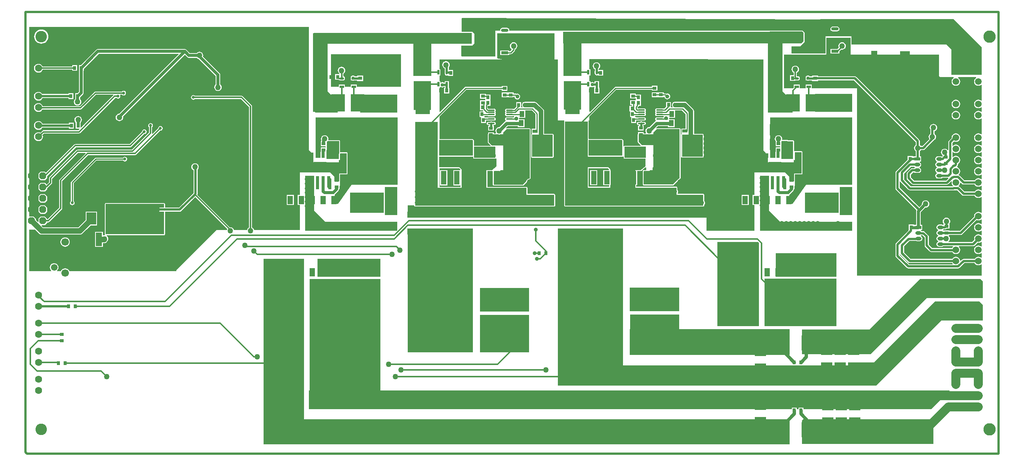
<source format=gtl>
G04 Layer_Physical_Order=1*
G04 Layer_Color=255*
%FSLAX42Y42*%
%MOMM*%
G71*
G01*
G75*
%ADD10R,2.60X1.10*%
%ADD11O,1.65X0.65*%
%ADD12R,1.65X0.65*%
%ADD13R,1.70X1.10*%
%ADD14R,1.42X3.02*%
%ADD15O,1.40X0.80*%
%ADD16R,1.40X0.80*%
%ADD17R,0.90X0.70*%
%ADD18R,0.80X0.90*%
%ADD19R,0.70X0.90*%
%ADD20R,1.10X2.60*%
%ADD21R,3.00X2.26*%
%ADD22R,0.76X1.14*%
%ADD23R,1.80X2.10*%
%ADD24R,1.17X1.88*%
%ADD25R,1.20X1.20*%
%ADD26R,3.10X4.00*%
%ADD27R,1.39X1.40*%
%ADD28R,3.36X4.86*%
%ADD29R,3.20X1.80*%
%ADD30R,1.40X1.10*%
%ADD31R,3.30X1.55*%
%ADD32R,1.00X0.55*%
%ADD33O,1.00X0.55*%
%ADD34R,0.90X0.80*%
%ADD35R,3.30X1.40*%
%ADD36R,2.00X3.50*%
%ADD37R,2.18X1.52*%
%ADD38R,4.00X3.10*%
%ADD39R,0.55X1.00*%
%ADD40O,0.55X1.00*%
%ADD41R,1.10X1.40*%
%ADD42O,1.65X0.30*%
%ADD43R,1.27X3.05*%
%ADD44R,1.20X0.65*%
%ADD45R,0.60X0.60*%
%ADD46R,2.16X2.74*%
%ADD47C,0.30*%
%ADD48C,0.25*%
%ADD49C,0.64*%
%ADD50C,0.50*%
%ADD51C,0.30*%
%ADD52C,0.51*%
%ADD53C,1.27*%
%ADD54C,0.80*%
%ADD55C,1.00*%
%ADD56C,0.75*%
%ADD57C,2.00*%
%ADD58C,0.70*%
%ADD59C,1.52*%
%ADD60C,2.80*%
G04:AMPARAMS|DCode=61|XSize=1.57mm|YSize=1.57mm|CornerRadius=0mm|HoleSize=0mm|Usage=FLASHONLY|Rotation=90.000|XOffset=0mm|YOffset=0mm|HoleType=Round|Shape=Octagon|*
%AMOCTAGOND61*
4,1,8,0.39,0.79,-0.39,0.79,-0.79,0.39,-0.79,-0.39,-0.39,-0.79,0.39,-0.79,0.79,-0.39,0.79,0.39,0.39,0.79,0.0*
%
%ADD61OCTAGOND61*%

%ADD62C,1.60*%
%ADD63C,1.70*%
%ADD64C,2.60*%
%ADD65C,0.90*%
%ADD66C,1.27*%
%ADD67C,0.64*%
%ADD68C,0.76*%
G36*
X19794Y10531D02*
Y10376D01*
Y10340D01*
X19741Y10287D01*
X19319Y10287D01*
Y10287D01*
X19318D01*
Y9207D01*
X19394Y9131D01*
X19547D01*
Y8725D01*
X18988D01*
Y10287D01*
X14769Y10287D01*
Y9556D01*
X14363D01*
Y10287D01*
X14355D01*
X14355Y10556D01*
X19030Y10556D01*
X19035Y10561D01*
X19764D01*
X19794Y10531D01*
D02*
G37*
G36*
X12291Y10283D02*
X11378Y10283D01*
Y9554D01*
X10971D01*
Y10283D01*
X9031Y10283D01*
Y9207D01*
X9107Y9131D01*
X9260D01*
Y8725D01*
X8757D01*
X8752Y8732D01*
X8741Y8739D01*
X8729Y8742D01*
X8701D01*
Y10523D01*
X8720D01*
Y10524D01*
X12291Y10524D01*
X12291Y10283D01*
D02*
G37*
G36*
X20858Y10417D02*
Y10264D01*
X20860Y10256D01*
X20864Y10251D01*
Y10039D01*
X21006D01*
Y10039D01*
X22860D01*
Y9550D01*
X22885Y9525D01*
X23184D01*
X23192Y9514D01*
X23192Y9512D01*
X23172Y9498D01*
X23157Y9478D01*
X23147Y9454D01*
X23144Y9429D01*
X23147Y9404D01*
X23157Y9380D01*
X23172Y9360D01*
X23192Y9345D01*
X23216Y9335D01*
X23241Y9332D01*
X23266Y9335D01*
X23290Y9345D01*
X23310Y9360D01*
X23325Y9380D01*
X23335Y9404D01*
X23338Y9429D01*
X23335Y9454D01*
X23325Y9478D01*
X23310Y9498D01*
X23290Y9512D01*
X23290Y9514D01*
X23298Y9525D01*
X23692D01*
X23700Y9514D01*
X23700Y9512D01*
X23680Y9498D01*
X23665Y9478D01*
X23655Y9454D01*
X23652Y9429D01*
X23655Y9404D01*
X23665Y9380D01*
X23680Y9360D01*
X23700Y9345D01*
X23724Y9335D01*
X23749Y9332D01*
X23774Y9335D01*
X23798Y9345D01*
X23812Y9356D01*
X23825Y9350D01*
Y9000D01*
X23812Y8994D01*
X23798Y9005D01*
X23774Y9015D01*
X23749Y9018D01*
X23724Y9015D01*
X23700Y9005D01*
X23680Y8990D01*
X23665Y8970D01*
X23655Y8946D01*
X23652Y8921D01*
X23655Y8896D01*
X23665Y8872D01*
X23680Y8852D01*
X23700Y8837D01*
X23724Y8827D01*
X23749Y8824D01*
X23774Y8827D01*
X23798Y8837D01*
X23812Y8848D01*
X23825Y8842D01*
Y8746D01*
X23812Y8740D01*
X23798Y8751D01*
X23774Y8761D01*
X23749Y8764D01*
X23724Y8761D01*
X23700Y8751D01*
X23680Y8736D01*
X23665Y8716D01*
X23655Y8692D01*
X23652Y8667D01*
X23655Y8642D01*
X23665Y8618D01*
X23680Y8598D01*
X23700Y8583D01*
X23724Y8573D01*
X23749Y8570D01*
X23774Y8573D01*
X23798Y8583D01*
X23812Y8594D01*
X23825Y8588D01*
Y8238D01*
X23812Y8232D01*
X23798Y8243D01*
X23774Y8253D01*
X23749Y8256D01*
X23724Y8253D01*
X23700Y8243D01*
X23680Y8228D01*
X23665Y8208D01*
X23655Y8184D01*
X23652Y8159D01*
X23655Y8134D01*
X23665Y8110D01*
X23680Y8090D01*
X23700Y8075D01*
X23724Y8065D01*
X23749Y8062D01*
X23774Y8065D01*
X23798Y8075D01*
X23812Y8086D01*
X23825Y8080D01*
Y7984D01*
X23812Y7978D01*
X23798Y7989D01*
X23774Y7999D01*
X23749Y8002D01*
X23724Y7999D01*
X23700Y7989D01*
X23680Y7974D01*
X23665Y7954D01*
X23655Y7930D01*
X23652Y7905D01*
X23655Y7880D01*
X23665Y7856D01*
X23680Y7836D01*
X23700Y7821D01*
X23724Y7811D01*
X23749Y7808D01*
X23774Y7811D01*
X23798Y7821D01*
X23812Y7832D01*
X23825Y7826D01*
Y7730D01*
X23812Y7724D01*
X23798Y7735D01*
X23774Y7745D01*
X23749Y7748D01*
X23724Y7745D01*
X23700Y7735D01*
X23680Y7720D01*
X23665Y7700D01*
X23655Y7676D01*
X23652Y7651D01*
X23655Y7626D01*
X23665Y7602D01*
X23680Y7582D01*
X23700Y7567D01*
X23724Y7557D01*
X23749Y7554D01*
X23774Y7557D01*
X23798Y7567D01*
X23812Y7578D01*
X23825Y7572D01*
Y7476D01*
X23812Y7470D01*
X23798Y7481D01*
X23774Y7491D01*
X23749Y7494D01*
X23724Y7491D01*
X23700Y7481D01*
X23680Y7466D01*
X23665Y7446D01*
X23655Y7422D01*
X23652Y7397D01*
X23655Y7372D01*
X23665Y7348D01*
X23680Y7328D01*
X23700Y7313D01*
X23724Y7303D01*
X23749Y7300D01*
X23774Y7303D01*
X23798Y7313D01*
X23812Y7324D01*
X23825Y7318D01*
Y7222D01*
X23812Y7216D01*
X23798Y7227D01*
X23774Y7237D01*
X23749Y7240D01*
X23724Y7237D01*
X23700Y7227D01*
X23680Y7212D01*
X23665Y7192D01*
X23664Y7189D01*
X23432D01*
X23324Y7297D01*
X23309Y7307D01*
X23304Y7308D01*
X23301Y7322D01*
X23310Y7328D01*
X23325Y7348D01*
X23335Y7372D01*
X23338Y7397D01*
X23335Y7422D01*
X23325Y7446D01*
X23310Y7466D01*
X23290Y7481D01*
X23270Y7489D01*
X23265Y7502D01*
X23274Y7511D01*
X23274Y7511D01*
X23284Y7526D01*
X23287Y7544D01*
Y7566D01*
X23290Y7567D01*
X23310Y7582D01*
X23325Y7602D01*
X23335Y7626D01*
X23338Y7651D01*
X23335Y7676D01*
X23325Y7700D01*
X23310Y7720D01*
X23290Y7735D01*
X23266Y7745D01*
X23241Y7748D01*
X23216Y7745D01*
X23192Y7735D01*
X23173Y7720D01*
X23169Y7721D01*
X23160Y7724D01*
Y7832D01*
X23169Y7835D01*
X23173Y7836D01*
X23192Y7821D01*
X23216Y7811D01*
X23241Y7808D01*
X23266Y7811D01*
X23290Y7821D01*
X23310Y7836D01*
X23325Y7856D01*
X23335Y7880D01*
X23338Y7905D01*
X23335Y7930D01*
X23325Y7954D01*
X23310Y7974D01*
X23290Y7989D01*
X23266Y7999D01*
X23241Y8002D01*
X23216Y7999D01*
X23192Y7989D01*
X23173Y7974D01*
X23169Y7975D01*
X23160Y7978D01*
Y8033D01*
X23200Y8072D01*
X23216Y8065D01*
X23241Y8062D01*
X23266Y8065D01*
X23290Y8075D01*
X23310Y8090D01*
X23325Y8110D01*
X23335Y8134D01*
X23338Y8159D01*
X23335Y8184D01*
X23325Y8208D01*
X23310Y8228D01*
X23290Y8243D01*
X23266Y8253D01*
X23241Y8256D01*
X23216Y8253D01*
X23192Y8243D01*
X23172Y8228D01*
X23157Y8208D01*
X23147Y8184D01*
X23144Y8159D01*
X23145Y8149D01*
X23081Y8085D01*
X23071Y8070D01*
X23068Y8052D01*
X23068Y8052D01*
Y7876D01*
X23055Y7872D01*
X23047Y7883D01*
X23029Y7896D01*
X23009Y7905D01*
X22987Y7907D01*
X22965Y7905D01*
X22945Y7896D01*
X22927Y7883D01*
X22914Y7865D01*
X22906Y7845D01*
X22903Y7823D01*
X22906Y7801D01*
X22914Y7781D01*
X22927Y7764D01*
X22938Y7756D01*
X22939Y7740D01*
X22939Y7739D01*
X22926Y7726D01*
X22917Y7731D01*
X22894Y7736D01*
X22834D01*
X22811Y7731D01*
X22791Y7718D01*
X22778Y7698D01*
X22773Y7675D01*
X22778Y7652D01*
X22791Y7632D01*
X22811Y7618D01*
X22813Y7618D01*
Y7605D01*
X22811Y7604D01*
X22791Y7591D01*
X22778Y7571D01*
X22773Y7548D01*
X22778Y7525D01*
X22791Y7505D01*
X22811Y7491D01*
X22813Y7491D01*
Y7478D01*
X22811Y7477D01*
X22791Y7464D01*
X22778Y7444D01*
X22773Y7421D01*
X22778Y7398D01*
X22791Y7378D01*
X22811Y7364D01*
X22813Y7364D01*
Y7351D01*
X22811Y7350D01*
X22791Y7337D01*
X22778Y7317D01*
X22773Y7294D01*
X22778Y7271D01*
X22791Y7251D01*
X22811Y7237D01*
X22834Y7233D01*
X22894D01*
X22917Y7237D01*
X22933Y7248D01*
X23065D01*
X23069Y7241D01*
X23070Y7235D01*
X23019Y7184D01*
X22295D01*
X22220Y7258D01*
Y7321D01*
X22270Y7371D01*
X22301D01*
X22311Y7364D01*
X22334Y7360D01*
X22394D01*
X22417Y7364D01*
X22437Y7378D01*
X22451Y7398D01*
X22455Y7421D01*
X22451Y7444D01*
X22437Y7464D01*
X22417Y7477D01*
X22415Y7478D01*
Y7491D01*
X22417Y7491D01*
X22437Y7505D01*
X22451Y7525D01*
X22455Y7548D01*
X22451Y7571D01*
X22437Y7591D01*
X22421Y7602D01*
X22425Y7615D01*
X22454D01*
Y7735D01*
X22424D01*
Y7798D01*
X22423Y7800D01*
Y7853D01*
X22438Y7864D01*
X22449Y7878D01*
X22503D01*
X22521Y7881D01*
X22536Y7891D01*
X22740Y8096D01*
X22744Y8102D01*
X22751Y8105D01*
X22768Y8118D01*
X22782Y8135D01*
X22790Y8156D01*
X22793Y8178D01*
X22790Y8199D01*
X22782Y8220D01*
X22768Y8237D01*
X22753Y8249D01*
Y8302D01*
X22756Y8302D01*
X22776Y8310D01*
X22794Y8324D01*
X22807Y8341D01*
X22816Y8361D01*
X22818Y8383D01*
X22816Y8405D01*
X22807Y8425D01*
X22794Y8443D01*
X22776Y8456D01*
X22756Y8465D01*
X22734Y8467D01*
X22712Y8465D01*
X22692Y8456D01*
X22675Y8443D01*
X22661Y8425D01*
X22653Y8405D01*
X22650Y8383D01*
X22653Y8361D01*
X22661Y8341D01*
X22662Y8340D01*
Y8247D01*
X22649Y8237D01*
X22636Y8220D01*
X22627Y8199D01*
X22625Y8178D01*
X22627Y8156D01*
X22636Y8135D01*
X22642Y8127D01*
X22484Y7969D01*
X22449D01*
X22438Y7983D01*
X22423Y7995D01*
Y8077D01*
X22420Y8095D01*
X22410Y8110D01*
X21110Y9410D01*
D01*
X20987Y9532D01*
X20972Y9542D01*
X20955Y9546D01*
X20120D01*
Y9560D01*
X19990D01*
Y9555D01*
X19980Y9547D01*
X19942D01*
X19940Y9549D01*
X19921Y9562D01*
X19898Y9566D01*
X19876Y9562D01*
X19856Y9549D01*
X19855Y9547D01*
X19840D01*
Y9513D01*
X19839Y9507D01*
X19840Y9502D01*
Y9452D01*
X19879D01*
X19898Y9448D01*
X19911Y9451D01*
X19914Y9450D01*
X19917Y9451D01*
X19920Y9451D01*
X19924Y9452D01*
X19980D01*
X19990Y9444D01*
Y9440D01*
X20120D01*
Y9454D01*
X20936D01*
X21018Y9372D01*
X22332Y8058D01*
Y7993D01*
X22319Y7983D01*
X22306Y7966D01*
X22297Y7945D01*
X22294Y7924D01*
X22297Y7902D01*
X22306Y7881D01*
X22319Y7864D01*
X22332Y7854D01*
Y7800D01*
X22331Y7798D01*
Y7735D01*
X22274D01*
X22265Y7740D01*
Y7740D01*
X22145D01*
Y7655D01*
X21887Y7397D01*
X21877Y7382D01*
X21874Y7365D01*
X21874Y7365D01*
Y7010D01*
X21874Y7010D01*
X21877Y6993D01*
X21887Y6978D01*
X22347Y6518D01*
X22343Y6511D01*
X22339Y6491D01*
Y6188D01*
X22303D01*
X22293Y6193D01*
X22293Y6193D01*
X22293Y6193D01*
X22173D01*
Y6063D01*
X22173Y6063D01*
X22173D01*
X22167Y6053D01*
X21887Y5773D01*
X21877Y5758D01*
X21874Y5740D01*
X21874Y5740D01*
Y5486D01*
X21874Y5486D01*
X21877Y5469D01*
X21887Y5454D01*
X22130Y5211D01*
X22130Y5211D01*
X22145Y5201D01*
X22163Y5197D01*
X23291D01*
X23291Y5197D01*
X23309Y5201D01*
X23324Y5211D01*
X23432Y5319D01*
X23664D01*
X23665Y5316D01*
X23680Y5296D01*
X23700Y5281D01*
X23724Y5271D01*
X23749Y5268D01*
X23774Y5271D01*
X23798Y5281D01*
X23812Y5292D01*
X23825Y5286D01*
Y5029D01*
X21006D01*
Y9277D01*
X19980D01*
Y9357D01*
X19840D01*
Y9277D01*
X19710D01*
Y9357D01*
X19570D01*
Y9290D01*
X19558Y9277D01*
X19355D01*
Y10039D01*
X20308Y10039D01*
X20308Y10052D01*
X20308Y10052D01*
X20310Y10060D01*
Y10422D01*
X20843D01*
X20848Y10427D01*
X20858Y10417D01*
D02*
G37*
G36*
X20169Y10837D02*
X20170Y10838D01*
X23190D01*
X23372Y10657D01*
X23373Y10658D01*
X23823Y10208D01*
Y10160D01*
X23825D01*
X23825Y9576D01*
X23139Y9576D01*
X23139Y10150D01*
X23025Y10264D01*
X20879D01*
Y10450D01*
X20290D01*
Y10060D01*
X19522Y10060D01*
X19522Y10224D01*
X19721D01*
X19779Y10282D01*
X19817Y10320D01*
Y10348D01*
Y10538D01*
X19774Y10582D01*
X13148D01*
X13141Y10589D01*
X13137Y10610D01*
X13126Y10627D01*
X13108Y10639D01*
X13088Y10643D01*
X12988D01*
X12967Y10639D01*
X12950Y10627D01*
X12938Y10610D01*
X12934Y10589D01*
X12928Y10582D01*
X12824D01*
Y9992D01*
X12073D01*
X12057Y10008D01*
Y10244D01*
X12306D01*
X12352Y10290D01*
Y10317D01*
Y10508D01*
X12309Y10551D01*
X12060D01*
Y10762D01*
X12065Y10767D01*
Y10856D01*
X12074Y10865D01*
X20169Y10837D01*
D02*
G37*
G36*
X10690Y10046D02*
Y9309D01*
X9693D01*
Y9357D01*
X9553D01*
Y9309D01*
X9423D01*
Y9357D01*
X9283D01*
Y9309D01*
X9107D01*
Y10046D01*
X10690Y10046D01*
D02*
G37*
G36*
X12885Y10521D02*
X14166D01*
Y9931D01*
X14240D01*
X14240Y8543D01*
X14382D01*
X14385Y8537D01*
X14387Y8530D01*
X14384Y8525D01*
X14382Y8518D01*
X14382Y6619D01*
X14384Y6612D01*
X14388Y6605D01*
X14395Y6601D01*
X14403Y6599D01*
X17526Y6599D01*
X17534Y6601D01*
X17540Y6605D01*
X17545Y6612D01*
X17546Y6619D01*
Y6633D01*
X17547Y6634D01*
X17557Y6647D01*
X17564Y6663D01*
X17566Y6680D01*
X17564Y6697D01*
X17557Y6713D01*
X17556Y6715D01*
X17549Y6724D01*
X17549D01*
X17549Y6724D01*
Y6874D01*
X17545D01*
X17545Y6874D01*
X17540Y6881D01*
X17534Y6885D01*
X17526Y6887D01*
X16953Y6887D01*
X16946Y6899D01*
X16948Y6901D01*
X16954Y6917D01*
X16957Y6934D01*
X16954Y6951D01*
X16948Y6967D01*
X16940Y6977D01*
Y7026D01*
X16939Y7034D01*
X16934Y7040D01*
X16928Y7045D01*
X16920Y7046D01*
X16008Y7046D01*
Y7080D01*
X16032D01*
Y7404D01*
X16112D01*
X16115Y7404D01*
X16118Y7405D01*
X16119Y7405D01*
X16120Y7405D01*
X16122Y7407D01*
X16125Y7408D01*
X16198Y7468D01*
X16199Y7468D01*
X16216Y7482D01*
X16218Y7485D01*
X16221Y7487D01*
X16234Y7481D01*
Y7425D01*
X16165D01*
Y7414D01*
X16161Y7407D01*
X16159Y7399D01*
Y7095D01*
X16161Y7087D01*
X16165Y7080D01*
Y7080D01*
X16166D01*
X16172Y7076D01*
X16180Y7074D01*
X16840D01*
X16848Y7076D01*
X16855Y7080D01*
X16855Y7080D01*
X16943Y7169D01*
X16948Y7176D01*
X16948Y7176D01*
X16952Y7185D01*
X16959Y7195D01*
X16968Y7202D01*
X16978Y7206D01*
X16985Y7210D01*
X17006Y7232D01*
X17011Y7238D01*
X17012Y7246D01*
Y8352D01*
X17011Y8360D01*
X17006Y8366D01*
X17000Y8371D01*
X16992Y8372D01*
X16991D01*
X16988Y8373D01*
X16488D01*
X16486Y8372D01*
X16474D01*
X16474Y8372D01*
X16466Y8371D01*
X16463Y8369D01*
X16455Y8379D01*
X16497Y8421D01*
X16728D01*
Y8396D01*
X16878D01*
Y8576D01*
X16763D01*
X16752Y8589D01*
X16753Y8595D01*
X16753Y8595D01*
X16761Y8605D01*
X16891D01*
Y8776D01*
X17042D01*
X17126Y8692D01*
Y8554D01*
X17124Y8547D01*
Y8360D01*
X17033D01*
Y8255D01*
X17033D01*
X17036Y8244D01*
X17036Y8243D01*
X17031Y8239D01*
X17027Y8233D01*
X17025Y8225D01*
Y7726D01*
X17027Y7719D01*
X17031Y7712D01*
X17038Y7708D01*
X17046Y7706D01*
X17513D01*
X17521Y7708D01*
X17528Y7712D01*
X17532Y7719D01*
X17534Y7726D01*
Y7744D01*
X17539Y7755D01*
X17541Y7772D01*
X17539Y7789D01*
X17534Y7801D01*
Y7845D01*
X17539Y7857D01*
X17541Y7874D01*
X17539Y7891D01*
X17534Y7903D01*
Y7947D01*
X17539Y7959D01*
X17541Y7976D01*
X17539Y7993D01*
X17534Y8004D01*
Y8049D01*
X17539Y8060D01*
X17541Y8077D01*
X17539Y8094D01*
X17534Y8106D01*
Y8150D01*
X17539Y8162D01*
X17541Y8179D01*
X17539Y8196D01*
X17534Y8207D01*
Y8225D01*
X17532Y8233D01*
X17528Y8239D01*
X17521Y8244D01*
X17513Y8245D01*
X17317D01*
Y8758D01*
X17315Y8777D01*
X17308Y8794D01*
X17297Y8808D01*
X17157Y8948D01*
X17142Y8959D01*
X17125Y8966D01*
X17107Y8969D01*
X16890D01*
X16872Y8966D01*
X16865Y8964D01*
X16839D01*
Y8946D01*
X16829Y8933D01*
X16822Y8916D01*
X16819Y8898D01*
X16822Y8880D01*
X16829Y8863D01*
X16834Y8855D01*
X16828Y8842D01*
X16799D01*
Y8964D01*
X16689D01*
Y8857D01*
X16647Y8815D01*
X16619D01*
X16607Y8817D01*
X16472D01*
X16459Y8815D01*
X16447Y8807D01*
X16439Y8795D01*
X16437Y8782D01*
X16439Y8768D01*
X16447Y8757D01*
X16439Y8745D01*
X16437Y8732D01*
X16439Y8718D01*
X16447Y8707D01*
X16439Y8695D01*
X16437Y8682D01*
X16439Y8668D01*
X16447Y8656D01*
X16459Y8649D01*
X16472Y8646D01*
X16607D01*
X16619Y8648D01*
X16630D01*
X16637Y8636D01*
X16631Y8628D01*
X16625Y8615D01*
X16619D01*
X16607Y8617D01*
X16472D01*
X16459Y8615D01*
X16447Y8607D01*
X16439Y8595D01*
X16437Y8582D01*
X16439Y8568D01*
X16447Y8556D01*
X16453Y8552D01*
X16451Y8539D01*
X16448Y8538D01*
X16429Y8525D01*
X16301Y8398D01*
X16282Y8395D01*
X16262Y8387D01*
X16244Y8373D01*
X16231Y8356D01*
X16223Y8336D01*
X16220Y8314D01*
X16223Y8292D01*
X16231Y8272D01*
X16235Y8266D01*
X16229Y8254D01*
X16181D01*
Y8281D01*
X16051D01*
Y8248D01*
X16051Y8248D01*
X16047Y8241D01*
X16045Y8233D01*
Y8060D01*
X16047Y8052D01*
X16051Y8045D01*
X16114Y7982D01*
X16109Y7971D01*
X15748D01*
X15740Y7969D01*
X15735Y7965D01*
X15729Y7965D01*
X15718Y7975D01*
X15718Y8094D01*
X15718Y8094D01*
X15716Y8101D01*
X15712Y8108D01*
X15703Y8117D01*
X15696Y8121D01*
X15688Y8123D01*
X14947Y8123D01*
X14934Y8135D01*
X14934Y8518D01*
X14933Y8525D01*
X14929Y8530D01*
X14931Y8537D01*
X14935Y8543D01*
X14952D01*
Y8636D01*
X15560Y9243D01*
X16362D01*
Y9222D01*
X16492D01*
Y9332D01*
X16362D01*
Y9310D01*
X15546D01*
X15533Y9308D01*
X15522Y9300D01*
X14964Y8742D01*
X14952Y8746D01*
Y9297D01*
X14976D01*
Y9302D01*
X14987Y9308D01*
X14994Y9303D01*
X15016Y9299D01*
X15039Y9303D01*
X15052Y9312D01*
X15062D01*
X15071Y9303D01*
Y9297D01*
X15063Y9288D01*
X15059D01*
Y9158D01*
X15179D01*
Y9288D01*
X15174D01*
X15166Y9297D01*
Y9437D01*
X15071D01*
Y9404D01*
X15052D01*
X15039Y9413D01*
X15016Y9417D01*
X14994Y9413D01*
X14987Y9408D01*
X14976Y9414D01*
Y9437D01*
X14952D01*
Y9567D01*
X14976D01*
Y9707D01*
X14952D01*
Y9934D01*
X17631D01*
Y9931D01*
X18886Y9931D01*
Y7867D01*
X18937Y7817D01*
Y7804D01*
X18988D01*
Y7601D01*
X19572Y7601D01*
Y7652D01*
X19597D01*
Y7830D01*
X19750Y7830D01*
X19750Y7550D01*
Y7347D01*
X19581D01*
Y7169D01*
X19470D01*
Y7281D01*
X19379Y7372D01*
X18683Y7372D01*
Y6858D01*
X18644D01*
Y6630D01*
X18683D01*
Y6052D01*
X17602Y6052D01*
Y6345D01*
X14240Y6345D01*
Y6342D01*
X10844Y6342D01*
Y6629D01*
X10991D01*
Y6617D01*
X10992Y6609D01*
X10997Y6602D01*
X11003Y6598D01*
X11011Y6596D01*
X14156Y6596D01*
X14164Y6598D01*
X14170Y6602D01*
X14175Y6609D01*
X14176Y6617D01*
X14176Y6864D01*
X14175Y6871D01*
X14170Y6878D01*
X14164Y6882D01*
X14156Y6884D01*
X13549Y6884D01*
Y6913D01*
X13551Y6917D01*
X13553Y6934D01*
X13551Y6951D01*
X13549Y6956D01*
Y7023D01*
X13547Y7031D01*
X13543Y7038D01*
X13536Y7042D01*
X13528Y7043D01*
X12643Y7043D01*
X12643Y7402D01*
X12747D01*
X12750Y7402D01*
X12753Y7402D01*
X12754Y7403D01*
X12755Y7403D01*
X12756Y7404D01*
X12761Y7402D01*
X12766Y7398D01*
X12768Y7396D01*
Y7092D01*
X12769Y7084D01*
X12774Y7078D01*
Y7077D01*
X12774D01*
X12780Y7073D01*
X12788Y7071D01*
X13449D01*
X13449Y7071D01*
X13456Y7073D01*
X13463Y7077D01*
X13463Y7077D01*
X13536Y7151D01*
X13538Y7153D01*
X13540Y7155D01*
X13540Y7156D01*
X13541Y7157D01*
X13541Y7160D01*
X13542Y7162D01*
X13544Y7174D01*
X13548Y7185D01*
X13555Y7195D01*
X13565Y7202D01*
X13576Y7206D01*
X13588Y7208D01*
X13590Y7209D01*
X13593Y7209D01*
X13594Y7210D01*
X13595Y7210D01*
X13597Y7212D01*
X13599Y7214D01*
X13615Y7229D01*
X13619Y7235D01*
X13620Y7243D01*
Y8349D01*
X13619Y8357D01*
X13615Y8364D01*
X13608Y8368D01*
X13600Y8369D01*
X13599D01*
X13597Y8370D01*
X13097D01*
X13094Y8369D01*
X13083D01*
X13083Y8369D01*
X13075Y8368D01*
X13072Y8366D01*
X13064Y8376D01*
X13106Y8418D01*
X13336D01*
Y8394D01*
X13486D01*
Y8574D01*
X13372D01*
X13361Y8586D01*
X13361Y8592D01*
X13361Y8592D01*
X13370Y8602D01*
X13499D01*
Y8773D01*
X13651D01*
X13734Y8689D01*
Y8549D01*
X13733Y8545D01*
Y8358D01*
X13642D01*
Y8253D01*
X13642D01*
X13645Y8241D01*
X13645Y8240D01*
X13640Y8237D01*
X13635Y8230D01*
X13634Y8222D01*
Y7724D01*
X13635Y7716D01*
X13640Y7709D01*
X13646Y7705D01*
X13654Y7703D01*
X14122D01*
X14130Y7705D01*
X14136Y7709D01*
X14141Y7716D01*
X14142Y7724D01*
Y8222D01*
X14141Y8230D01*
X14136Y8237D01*
X14130Y8241D01*
X14122Y8242D01*
X14086D01*
X14072Y8244D01*
X14057Y8242D01*
X13984D01*
X13970Y8244D01*
X13956Y8242D01*
X13926D01*
Y8756D01*
X13923Y8774D01*
X13916Y8791D01*
X13905Y8805D01*
X13765Y8945D01*
X13751Y8956D01*
X13734Y8963D01*
X13715Y8966D01*
X13498D01*
X13480Y8963D01*
X13474Y8961D01*
X13447D01*
Y8944D01*
X13437Y8931D01*
X13430Y8913D01*
X13428Y8895D01*
X13430Y8877D01*
X13437Y8860D01*
X13443Y8852D01*
X13437Y8840D01*
X13407D01*
Y8961D01*
X13297D01*
Y8862D01*
X13247Y8812D01*
X13227D01*
X13216Y8815D01*
X13081D01*
X13067Y8812D01*
X13055Y8804D01*
X13048Y8793D01*
X13045Y8779D01*
X13048Y8765D01*
X13055Y8754D01*
X13048Y8743D01*
X13045Y8729D01*
X13048Y8715D01*
X13055Y8704D01*
X13048Y8693D01*
X13045Y8679D01*
X13048Y8665D01*
X13055Y8654D01*
X13067Y8646D01*
X13081Y8643D01*
X13216D01*
X13227Y8646D01*
X13239D01*
X13245Y8633D01*
X13239Y8625D01*
X13234Y8612D01*
X13227D01*
X13216Y8615D01*
X13081D01*
X13067Y8612D01*
X13055Y8604D01*
X13048Y8593D01*
X13045Y8579D01*
X13048Y8565D01*
X13055Y8554D01*
X13062Y8549D01*
X13059Y8536D01*
X13057Y8535D01*
X13037Y8522D01*
X12910Y8395D01*
X12891Y8392D01*
X12870Y8384D01*
X12853Y8371D01*
X12839Y8353D01*
X12831Y8333D01*
X12828Y8311D01*
X12831Y8289D01*
X12839Y8269D01*
X12843Y8264D01*
X12837Y8251D01*
X12790D01*
Y8278D01*
X12660D01*
Y8245D01*
X12659Y8245D01*
X12655Y8238D01*
X12654Y8231D01*
Y8057D01*
X12655Y8049D01*
X12659Y8043D01*
X12720Y7982D01*
X12715Y7971D01*
X12352D01*
X12339Y7981D01*
X12339Y8094D01*
X12339Y8094D01*
X12338Y8101D01*
X12333Y8108D01*
X12324Y8117D01*
X12318Y8121D01*
X12310Y8123D01*
X11560Y8123D01*
Y8633D01*
X12168Y9241D01*
X12970D01*
Y9219D01*
X13100D01*
Y9329D01*
X12970D01*
Y9307D01*
X12154D01*
X12142Y9305D01*
X12131Y9298D01*
X11572Y8739D01*
X11560Y8744D01*
Y9295D01*
X11584D01*
Y9299D01*
X11595Y9305D01*
X11602Y9301D01*
X11625Y9296D01*
X11648Y9301D01*
X11661Y9309D01*
X11670D01*
X11679Y9300D01*
Y9295D01*
X11671Y9285D01*
X11667D01*
Y9155D01*
X11787D01*
Y9285D01*
X11782D01*
X11774Y9295D01*
Y9435D01*
X11679D01*
Y9401D01*
X11661D01*
X11648Y9410D01*
X11625Y9415D01*
X11602Y9410D01*
X11595Y9406D01*
X11584Y9412D01*
Y9435D01*
X11560D01*
Y9565D01*
X11584D01*
Y9705D01*
X11560D01*
Y9931D01*
X12987D01*
X12868Y9951D01*
X12868Y10522D01*
X12879Y10527D01*
X12885Y10521D01*
D02*
G37*
G36*
X14761Y9362D02*
X14761Y8791D01*
X14375Y8791D01*
X14375Y9353D01*
X14384Y9362D01*
X14761Y9362D01*
D02*
G37*
G36*
X11370Y9359D02*
X11370Y8788D01*
X10983Y8788D01*
X10983Y9350D01*
X10992Y9359D01*
X11370Y9359D01*
D02*
G37*
G36*
X20893Y8744D02*
X20055Y8744D01*
X20055Y8874D01*
X20055Y9150D01*
X20893D01*
X20893Y8744D01*
D02*
G37*
G36*
X10606Y8725D02*
X9768Y8725D01*
X9768Y8855D01*
X9768Y9131D01*
X10606D01*
X10606Y8725D01*
D02*
G37*
G36*
X16988Y8352D02*
X16992D01*
Y7246D01*
X16970Y7225D01*
X16958Y7220D01*
X16944Y7209D01*
X16934Y7196D01*
X16929Y7183D01*
X16840Y7095D01*
X16180D01*
Y7399D01*
X16307D01*
X16324Y7417D01*
X16384D01*
Y7477D01*
X16396Y7488D01*
Y7806D01*
Y7984D01*
X16142D01*
X16065Y8060D01*
Y8233D01*
X16280D01*
X16282Y8232D01*
X16304Y8230D01*
X16326Y8232D01*
X16328Y8233D01*
X16396D01*
Y8273D01*
X16474Y8352D01*
X16488D01*
Y8352D01*
X16988D01*
Y8352D01*
D02*
G37*
G36*
X13597Y8349D02*
X13600D01*
Y7243D01*
X13585Y7228D01*
X13570Y7226D01*
X13554Y7220D01*
X13541Y7209D01*
X13530Y7196D01*
X13524Y7180D01*
X13522Y7165D01*
X13449Y7092D01*
X12788D01*
Y7397D01*
X12915D01*
X12942Y7423D01*
X13002D01*
Y7484D01*
X13004Y7486D01*
Y7803D01*
Y7981D01*
X12750D01*
X12674Y8057D01*
Y8231D01*
X12888D01*
X12891Y8230D01*
X12912Y8227D01*
X12934Y8230D01*
X12936Y8231D01*
X13004D01*
Y8271D01*
X13083Y8349D01*
X13097D01*
Y8350D01*
X13597D01*
Y8349D01*
D02*
G37*
G36*
X15697Y8094D02*
X15697Y7747D01*
X14935Y7747D01*
X14935Y8103D01*
X15688Y8103D01*
X15697Y8094D01*
D02*
G37*
G36*
X12319D02*
X12319Y7747D01*
X11557Y7747D01*
X11557Y8103D01*
X12310Y8103D01*
X12319Y8094D01*
D02*
G37*
G36*
X17513Y7726D02*
X17046D01*
Y8225D01*
X17513D01*
Y7726D01*
D02*
G37*
G36*
X14122Y7724D02*
X13654D01*
Y8222D01*
X14122D01*
Y7724D01*
D02*
G37*
G36*
X16230Y7948D02*
Y7701D01*
X15748D01*
Y7950D01*
X16227D01*
X16230Y7948D01*
D02*
G37*
G36*
X12826Y7701D02*
X12344D01*
Y7950D01*
X12826D01*
Y7701D01*
D02*
G37*
G36*
X9294Y7808D02*
X9292Y7804D01*
X9290Y7796D01*
X9290Y7677D01*
X9015Y7677D01*
X9006Y7686D01*
X9017Y8061D01*
X9026Y8068D01*
X9032Y8077D01*
X9294D01*
Y7808D01*
D02*
G37*
G36*
X19558Y8076D02*
Y7677D01*
X19302D01*
X19293Y7686D01*
X19293Y7820D01*
X19293D01*
Y7940D01*
X19293D01*
X19293Y7940D01*
X19293Y7960D01*
X19293D01*
Y8074D01*
X19302Y8084D01*
X19558Y8076D01*
D02*
G37*
G36*
X22311Y7491D02*
X22313Y7491D01*
Y7478D01*
X22311Y7477D01*
X22291Y7464D01*
X22290Y7463D01*
X22250D01*
X22250Y7463D01*
X22233Y7460D01*
X22218Y7450D01*
X22141Y7373D01*
X22131Y7358D01*
X22128Y7341D01*
X22128Y7341D01*
Y7239D01*
X22128Y7239D01*
X22131Y7221D01*
X22141Y7206D01*
X22243Y7105D01*
X22243Y7105D01*
X22258Y7095D01*
X22276Y7091D01*
X23038D01*
X23038Y7091D01*
X23056Y7095D01*
X23071Y7105D01*
X23135Y7169D01*
X23147Y7163D01*
X23144Y7143D01*
X23147Y7118D01*
X23157Y7094D01*
X23172Y7074D01*
X23179Y7069D01*
X23175Y7057D01*
X22219D01*
X22068Y7207D01*
Y7347D01*
X22219Y7498D01*
X22301D01*
X22311Y7491D01*
D02*
G37*
G36*
X8607Y9264D02*
Y7879D01*
X8658Y7828D01*
Y7816D01*
X8709D01*
Y7601D01*
X9285Y7601D01*
Y7652D01*
X9310D01*
X9310Y7796D01*
X9319Y7805D01*
X9463Y7805D01*
X9463Y7550D01*
Y7347D01*
X9294D01*
Y7169D01*
X9183D01*
Y7281D01*
X9092Y7372D01*
X8404Y7372D01*
Y6858D01*
X8357D01*
Y6630D01*
X8404D01*
Y6063D01*
X7372D01*
X7371Y6067D01*
X7363Y6087D01*
X7349Y6105D01*
X7332Y6118D01*
X7325Y6121D01*
Y8865D01*
X7323Y8878D01*
X7315Y8890D01*
X7112Y9093D01*
X7100Y9101D01*
X7087Y9103D01*
X6033D01*
X6032Y9105D01*
X6015Y9117D01*
X5994Y9121D01*
X5974Y9117D01*
X5957Y9105D01*
X5946Y9088D01*
X5942Y9068D01*
X5946Y9048D01*
X5957Y9030D01*
X5974Y9019D01*
X5994Y9015D01*
X6015Y9019D01*
X6032Y9030D01*
X6033Y9032D01*
X7072D01*
X7254Y8850D01*
Y6121D01*
X7248Y6118D01*
X7230Y6105D01*
X7217Y6087D01*
X7208Y6067D01*
X7208Y6063D01*
X6914D01*
X6914Y6067D01*
X6906Y6087D01*
X6892Y6105D01*
X6875Y6118D01*
X6854Y6127D01*
X6833Y6129D01*
X6826Y6128D01*
X6088Y6866D01*
X6091Y6883D01*
Y7432D01*
X6093Y7434D01*
X6107Y7451D01*
X6115Y7471D01*
X6118Y7493D01*
X6115Y7515D01*
X6107Y7535D01*
X6093Y7553D01*
X6076Y7566D01*
X6056Y7575D01*
X6034Y7577D01*
X6012Y7575D01*
X5992Y7566D01*
X5974Y7553D01*
X5961Y7535D01*
X5952Y7515D01*
X5950Y7493D01*
X5952Y7471D01*
X5961Y7451D01*
X5974Y7434D01*
X5992Y7420D01*
X5999Y7417D01*
Y6902D01*
X5671Y6574D01*
X5354D01*
Y6655D01*
X5353Y6663D01*
X5348Y6669D01*
X5342Y6674D01*
X5334Y6675D01*
X4013D01*
X4005Y6674D01*
X3999Y6669D01*
X3994Y6663D01*
X3993Y6655D01*
Y6071D01*
Y5969D01*
X3994Y5964D01*
X3990Y5957D01*
X3986Y5951D01*
X3966Y5949D01*
X3962Y5947D01*
X3952Y5954D01*
Y6026D01*
X3770D01*
Y5684D01*
X3952D01*
Y5770D01*
X3975D01*
X3997Y5773D01*
X4017Y5782D01*
X4035Y5795D01*
X4040Y5802D01*
X4047Y5808D01*
X4061Y5825D01*
X4069Y5846D01*
X4072Y5867D01*
X4069Y5889D01*
X4061Y5910D01*
X4047Y5927D01*
X4036Y5936D01*
X4040Y5949D01*
X5334D01*
X5342Y5950D01*
X5348Y5955D01*
X5353Y5961D01*
X5354Y5969D01*
Y6063D01*
Y6482D01*
X5690D01*
X5707Y6485D01*
X5722Y6495D01*
X6040Y6813D01*
X6762Y6090D01*
X6760Y6087D01*
X6751Y6067D01*
X6751Y6063D01*
X6514D01*
X6516Y6059D01*
X5613Y5156D01*
Y5131D01*
X3194D01*
X3188Y5146D01*
X3171Y5168D01*
X3149Y5185D01*
X3124Y5195D01*
X3096Y5199D01*
X3069Y5195D01*
X3043Y5185D01*
X3021Y5168D01*
X3005Y5146D01*
X2998Y5131D01*
X2912D01*
X2907Y5144D01*
X2916Y5150D01*
X2931Y5170D01*
X2941Y5193D01*
X2944Y5219D01*
X2941Y5244D01*
X2931Y5267D01*
X2916Y5287D01*
X2896Y5303D01*
X2872Y5312D01*
X2847Y5316D01*
X2822Y5312D01*
X2799Y5303D01*
X2779Y5287D01*
X2763Y5267D01*
X2754Y5244D01*
X2750Y5219D01*
X2754Y5193D01*
X2763Y5170D01*
X2779Y5150D01*
X2787Y5144D01*
X2783Y5131D01*
X2286D01*
Y6071D01*
X2421D01*
X2506Y5986D01*
X2523Y5972D01*
X2544Y5964D01*
X2565Y5961D01*
X3429D01*
X3451Y5964D01*
X3471Y5972D01*
X3489Y5986D01*
X3574Y6071D01*
X3580D01*
X3578Y6075D01*
X3670Y6167D01*
X3819D01*
Y6482D01*
X3563D01*
Y6298D01*
X3394Y6129D01*
X2600D01*
X2566Y6163D01*
X2571Y6175D01*
X2640D01*
X2690Y6224D01*
Y6238D01*
X2714D01*
X2728Y6241D01*
X2739Y6249D01*
X3022Y6532D01*
X3030Y6543D01*
X3033Y6557D01*
Y7173D01*
X3622Y7762D01*
X4680D01*
X4694Y7765D01*
X4705Y7773D01*
X5249Y8317D01*
X5251Y8316D01*
X5272Y8320D01*
X5289Y8332D01*
X5300Y8349D01*
X5304Y8369D01*
X5300Y8389D01*
X5289Y8407D01*
X5272Y8418D01*
X5251Y8422D01*
X5231Y8418D01*
X5214Y8407D01*
X5203Y8389D01*
X5199Y8369D01*
X5199Y8367D01*
X5076Y8244D01*
X5064Y8250D01*
X5065Y8255D01*
Y8394D01*
X5067Y8395D01*
X5078Y8413D01*
X5082Y8433D01*
X5078Y8453D01*
X5067Y8470D01*
X5049Y8482D01*
X5029Y8486D01*
X5009Y8482D01*
X4992Y8470D01*
X4980Y8453D01*
X4976Y8433D01*
X4980Y8413D01*
X4992Y8395D01*
X4994Y8394D01*
Y8270D01*
X4608Y7884D01*
X3378D01*
X3365Y7882D01*
X3353Y7874D01*
X2743Y7264D01*
X2736Y7253D01*
X2733Y7239D01*
Y7152D01*
X2678Y7097D01*
X2640Y7135D01*
X2541D01*
X2492Y7085D01*
Y6986D01*
X2541Y6937D01*
X2640D01*
X2690Y6986D01*
Y7009D01*
X2692Y7011D01*
X2794Y7112D01*
X2802Y7124D01*
X2804Y7137D01*
Y7224D01*
X3393Y7813D01*
X3555D01*
X3560Y7801D01*
X2972Y7213D01*
X2964Y7202D01*
X2962Y7188D01*
Y6572D01*
X2702Y6312D01*
X2690Y6317D01*
Y6323D01*
X2640Y6373D01*
X2541D01*
X2492Y6323D01*
Y6254D01*
X2480Y6249D01*
X2436Y6294D01*
Y6323D01*
X2386Y6373D01*
X2287D01*
X2286Y6373D01*
X2286Y10661D01*
X8607Y10661D01*
X8607Y9264D01*
D02*
G37*
G36*
X15399Y7437D02*
X15394Y7425D01*
X15265D01*
Y7080D01*
X15403D01*
Y7046D01*
X14934D01*
X14934Y7467D01*
X15369Y7467D01*
X15399Y7437D01*
D02*
G37*
G36*
X12036Y7435D02*
X12031Y7422D01*
X11874D01*
Y7077D01*
X12039D01*
Y7043D01*
X11560Y7043D01*
Y7465D01*
X12005Y7465D01*
X12036Y7435D01*
D02*
G37*
G36*
X23380Y7110D02*
X23380Y7110D01*
X23395Y7100D01*
X23413Y7097D01*
X23413Y7097D01*
X23664D01*
X23665Y7094D01*
X23680Y7074D01*
X23700Y7059D01*
X23724Y7049D01*
X23749Y7046D01*
X23774Y7049D01*
X23798Y7059D01*
X23812Y7070D01*
X23825Y7064D01*
Y6968D01*
X23812Y6962D01*
X23798Y6973D01*
X23774Y6983D01*
X23749Y6986D01*
X23724Y6983D01*
X23700Y6973D01*
X23680Y6958D01*
X23665Y6938D01*
X23664Y6935D01*
X23432D01*
X23324Y7043D01*
X23309Y7053D01*
X23304Y7054D01*
X23301Y7068D01*
X23310Y7074D01*
X23325Y7094D01*
X23335Y7118D01*
X23337Y7136D01*
X23350Y7140D01*
X23380Y7110D01*
D02*
G37*
G36*
X20893Y7093D02*
X19978D01*
X19851Y7093D01*
X19547Y6661D01*
X19470Y6661D01*
Y6865D01*
X19482Y6873D01*
X19561Y6952D01*
X19573Y6970D01*
X19577Y6988D01*
X19586D01*
Y7068D01*
X19597D01*
Y7153D01*
X19595Y7155D01*
X19600Y7161D01*
X19601Y7169D01*
Y7327D01*
X19750D01*
X19758Y7328D01*
X19764Y7333D01*
X19769Y7339D01*
X19770Y7347D01*
Y7550D01*
X19770Y7830D01*
X19769Y7837D01*
X19764Y7844D01*
X19758Y7848D01*
X19750Y7850D01*
X19597Y7850D01*
X19591Y7849D01*
X19588Y7850D01*
X19578Y7856D01*
Y8076D01*
X19578Y8080D01*
X19577Y8084D01*
X19577Y8084D01*
X19577Y8084D01*
X19575Y8087D01*
X19573Y8090D01*
X19573Y8091D01*
X19572Y8091D01*
X19569Y8093D01*
X19566Y8095D01*
X19566Y8095D01*
X19566Y8095D01*
X19562Y8096D01*
X19559Y8097D01*
X19321Y8104D01*
X19311Y8117D01*
X19312Y8128D01*
X19309Y8150D01*
X19301Y8170D01*
X19287Y8188D01*
X19270Y8201D01*
X19250Y8209D01*
X19228Y8212D01*
X19206Y8209D01*
X19186Y8201D01*
X19168Y8188D01*
X19155Y8170D01*
X19146Y8150D01*
X19144Y8128D01*
X19146Y8106D01*
X19155Y8086D01*
X19163Y8076D01*
Y7960D01*
X19261D01*
X19270Y7950D01*
X19268Y7940D01*
X19260Y7940D01*
X19163D01*
Y7848D01*
X19160Y7835D01*
Y7831D01*
X19158D01*
Y7703D01*
X19039Y7703D01*
X19039Y8617D01*
X20893Y8617D01*
X20893Y7093D01*
D02*
G37*
G36*
X10617Y7087D02*
X9703D01*
X9576Y7087D01*
X9271Y6655D01*
X9195Y6655D01*
Y6873D01*
X9195Y6873D01*
X9274Y6952D01*
X9286Y6970D01*
X9290Y6988D01*
X9299D01*
Y7068D01*
X9310D01*
Y7153D01*
X9308Y7155D01*
X9313Y7161D01*
X9314Y7169D01*
Y7327D01*
X9463D01*
X9471Y7328D01*
X9477Y7333D01*
X9482Y7339D01*
X9483Y7347D01*
Y7550D01*
X9483Y7805D01*
X9482Y7813D01*
X9477Y7820D01*
X9471Y7824D01*
X9463Y7826D01*
X9319Y7826D01*
X9319Y7826D01*
X9315Y7830D01*
Y8077D01*
X9313Y8085D01*
X9309Y8092D01*
X9302Y8096D01*
X9294Y8098D01*
X9056D01*
X9048Y8110D01*
X9050Y8128D01*
X9048Y8150D01*
X9039Y8170D01*
X9026Y8188D01*
X9008Y8201D01*
X8988Y8209D01*
X8966Y8212D01*
X8944Y8209D01*
X8924Y8201D01*
X8907Y8188D01*
X8893Y8170D01*
X8885Y8150D01*
X8882Y8128D01*
X8885Y8106D01*
X8888Y8099D01*
Y8080D01*
X8876D01*
Y7960D01*
X8982D01*
X8991Y7950D01*
X8989Y7940D01*
X8876D01*
Y7848D01*
X8873Y7835D01*
Y7831D01*
X8871D01*
Y7696D01*
X8763Y7696D01*
X8763Y8611D01*
X10617Y8611D01*
X10617Y7087D01*
D02*
G37*
G36*
X14914Y8518D02*
X14914Y7026D01*
X15424Y7026D01*
Y7080D01*
X15432D01*
Y7425D01*
X15424D01*
Y7442D01*
X15378Y7488D01*
X14921Y7488D01*
X14921Y7724D01*
X15728Y7724D01*
Y7701D01*
X15729Y7694D01*
X15734Y7687D01*
X15740Y7683D01*
X15748Y7681D01*
X16216D01*
X16216Y7509D01*
X16112Y7424D01*
X15988D01*
X15988Y7026D01*
X16920Y7026D01*
Y6866D01*
X17526Y6866D01*
X17526Y6619D01*
X14403Y6619D01*
X14403Y8518D01*
X14914Y8518D01*
D02*
G37*
G36*
X11522Y8515D02*
X11522Y7023D01*
X12059Y7023D01*
X12059Y7440D01*
X12014Y7486D01*
X11557Y7485D01*
X11557Y7722D01*
X12324Y7722D01*
Y7701D01*
X12326Y7694D01*
X12330Y7687D01*
X12337Y7683D01*
X12344Y7681D01*
X12826D01*
X12834Y7683D01*
X12839Y7686D01*
X12846Y7684D01*
X12852Y7681D01*
X12852Y7507D01*
X12747Y7422D01*
X12623D01*
X12623Y7023D01*
X13528Y7023D01*
Y6864D01*
X14156Y6864D01*
X14156Y6617D01*
X11011Y6617D01*
X11011Y8515D01*
X11522Y8515D01*
D02*
G37*
G36*
X21989Y7155D02*
X22167Y6978D01*
X22167Y6978D01*
X22182Y6968D01*
X22200Y6964D01*
X23190D01*
X23190Y6964D01*
X23191Y6964D01*
X23272D01*
X23380Y6856D01*
X23380Y6856D01*
X23395Y6846D01*
X23413Y6843D01*
X23413Y6843D01*
X23664D01*
X23665Y6840D01*
X23680Y6820D01*
X23700Y6805D01*
X23724Y6795D01*
X23749Y6792D01*
X23774Y6795D01*
X23798Y6805D01*
X23812Y6816D01*
X23825Y6810D01*
Y6460D01*
X23812Y6454D01*
X23798Y6465D01*
X23774Y6475D01*
X23749Y6478D01*
X23724Y6475D01*
X23700Y6465D01*
X23680Y6450D01*
X23665Y6430D01*
X23655Y6406D01*
X23652Y6381D01*
X23653Y6371D01*
X23330Y6047D01*
X23091D01*
Y6057D01*
X22961D01*
Y6057D01*
X22954Y6056D01*
X22949Y6060D01*
X22948Y6061D01*
X22950Y6075D01*
X22960Y6082D01*
X22993D01*
X22993Y6082D01*
X23011Y6085D01*
X23026Y6095D01*
X23028Y6097D01*
X23091D01*
Y6207D01*
X23091Y6207D01*
X23091D01*
X23097Y6217D01*
X23099Y6220D01*
X23108Y6241D01*
X23111Y6262D01*
X23108Y6284D01*
X23099Y6305D01*
X23086Y6322D01*
X23069Y6335D01*
X23048Y6344D01*
X23026Y6347D01*
X23005Y6344D01*
X22984Y6335D01*
X22967Y6322D01*
X22953Y6305D01*
X22945Y6284D01*
X22942Y6262D01*
X22945Y6241D01*
X22953Y6220D01*
X22956Y6217D01*
X22961Y6207D01*
X22961D01*
X22961Y6207D01*
Y6189D01*
X22949Y6182D01*
X22945Y6184D01*
X22921Y6189D01*
X22861D01*
X22838Y6184D01*
X22818Y6171D01*
X22805Y6151D01*
X22800Y6128D01*
X22805Y6104D01*
X22818Y6085D01*
X22838Y6071D01*
X22841Y6071D01*
Y6058D01*
X22838Y6057D01*
X22818Y6044D01*
X22805Y6024D01*
X22800Y6001D01*
X22805Y5977D01*
X22818Y5958D01*
X22838Y5944D01*
X22841Y5944D01*
Y5931D01*
X22838Y5930D01*
X22818Y5917D01*
X22805Y5897D01*
X22800Y5874D01*
X22805Y5850D01*
X22818Y5831D01*
X22838Y5817D01*
X22841Y5817D01*
Y5804D01*
X22838Y5803D01*
X22818Y5790D01*
X22805Y5770D01*
X22800Y5747D01*
X22805Y5723D01*
X22818Y5704D01*
X22838Y5690D01*
X22861Y5686D01*
X22921D01*
X22945Y5690D01*
X22960Y5701D01*
X23169D01*
X23174Y5688D01*
X23172Y5688D01*
X23157Y5668D01*
X23154Y5660D01*
X22701D01*
X22627Y5734D01*
Y5918D01*
X22627Y5918D01*
X22623Y5936D01*
X22613Y5951D01*
X22537Y6027D01*
X22522Y6037D01*
X22504Y6041D01*
X22504Y6041D01*
X22467D01*
X22465Y6044D01*
X22448Y6055D01*
X22452Y6068D01*
X22481D01*
Y6188D01*
X22444D01*
Y6469D01*
X22547Y6572D01*
X22555Y6571D01*
X22577Y6573D01*
X22597Y6582D01*
X22615Y6595D01*
X22628Y6613D01*
X22637Y6633D01*
X22639Y6655D01*
X22637Y6677D01*
X22628Y6697D01*
X22615Y6714D01*
X22597Y6728D01*
X22577Y6736D01*
X22555Y6739D01*
X22533Y6736D01*
X22513Y6728D01*
X22496Y6714D01*
X22482Y6697D01*
X22474Y6677D01*
X22471Y6655D01*
X22472Y6646D01*
X22411Y6585D01*
X21966Y7030D01*
Y7168D01*
X21979Y7170D01*
X21989Y7155D01*
D02*
G37*
G36*
X20588Y6458D02*
X19826D01*
Y6915D01*
X20588D01*
Y6458D01*
D02*
G37*
G36*
X10301D02*
X9539D01*
Y6915D01*
X10301D01*
Y6458D01*
D02*
G37*
G36*
X20893Y7042D02*
Y6407D01*
X20613D01*
X20613Y7042D01*
X20893Y7042D01*
D02*
G37*
G36*
X10606D02*
Y6407D01*
X10326D01*
X10326Y7042D01*
X10606Y7042D01*
D02*
G37*
G36*
X23825Y6302D02*
Y6206D01*
X23812Y6200D01*
X23798Y6211D01*
X23774Y6221D01*
X23749Y6224D01*
X23724Y6221D01*
X23700Y6211D01*
X23680Y6196D01*
X23665Y6176D01*
X23655Y6152D01*
X23652Y6127D01*
X23655Y6102D01*
X23665Y6078D01*
X23680Y6058D01*
X23700Y6043D01*
X23724Y6033D01*
X23749Y6030D01*
X23774Y6033D01*
X23798Y6043D01*
X23812Y6054D01*
X23825Y6048D01*
Y5952D01*
X23812Y5946D01*
X23798Y5957D01*
X23774Y5967D01*
X23749Y5970D01*
X23724Y5967D01*
X23700Y5957D01*
X23680Y5942D01*
X23665Y5922D01*
X23655Y5898D01*
X23652Y5873D01*
X23655Y5848D01*
X23658Y5842D01*
X23609Y5793D01*
X23072D01*
X23067Y5806D01*
X23078Y5814D01*
X23092Y5832D01*
X23100Y5852D01*
X23103Y5874D01*
X23100Y5896D01*
X23092Y5916D01*
X23078Y5933D01*
X23077Y5934D01*
X23081Y5947D01*
X23091D01*
Y5955D01*
X23349D01*
X23349Y5955D01*
X23367Y5958D01*
X23382Y5968D01*
X23708Y6294D01*
X23724Y6287D01*
X23749Y6284D01*
X23774Y6287D01*
X23798Y6297D01*
X23812Y6308D01*
X23825Y6302D01*
D02*
G37*
G36*
X8726Y6509D02*
X8752Y6483D01*
X8929Y6306D01*
X8980Y6255D01*
X10606D01*
X10606Y6059D01*
X10599Y6052D01*
X8523Y6052D01*
X8523Y7296D01*
X8726Y7296D01*
Y6509D01*
D02*
G37*
G36*
X19013D02*
X19039Y6483D01*
X19216Y6306D01*
X19267Y6255D01*
X20893D01*
X20893Y6052D01*
X18810Y6052D01*
X18810Y7296D01*
X19013Y7296D01*
Y6509D01*
D02*
G37*
G36*
X5334Y6574D02*
X5182D01*
X5164Y6570D01*
X5149Y6560D01*
X5139Y6545D01*
X5136Y6528D01*
X5139Y6510D01*
X5149Y6495D01*
X5164Y6485D01*
X5182Y6482D01*
X5334D01*
Y5969D01*
X4013D01*
Y6655D01*
X5334D01*
Y6574D01*
D02*
G37*
G36*
X22534Y5899D02*
Y5715D01*
X22534Y5715D01*
X22538Y5697D01*
X22548Y5682D01*
X22649Y5581D01*
X22649Y5581D01*
X22664Y5571D01*
X22682Y5567D01*
X23160D01*
X23172Y5550D01*
X23192Y5535D01*
X23216Y5525D01*
X23241Y5522D01*
X23266Y5525D01*
X23290Y5535D01*
X23310Y5550D01*
X23325Y5570D01*
X23335Y5594D01*
X23338Y5619D01*
X23335Y5644D01*
X23325Y5668D01*
X23310Y5688D01*
X23308Y5688D01*
X23313Y5701D01*
X23628D01*
X23628Y5701D01*
X23646Y5704D01*
X23661Y5714D01*
X23726Y5779D01*
X23749Y5776D01*
X23774Y5779D01*
X23798Y5789D01*
X23812Y5800D01*
X23825Y5794D01*
Y5698D01*
X23812Y5692D01*
X23798Y5703D01*
X23774Y5713D01*
X23749Y5716D01*
X23724Y5713D01*
X23700Y5703D01*
X23680Y5688D01*
X23665Y5668D01*
X23655Y5644D01*
X23652Y5619D01*
X23655Y5594D01*
X23665Y5570D01*
X23680Y5550D01*
X23700Y5535D01*
X23724Y5525D01*
X23749Y5522D01*
X23774Y5525D01*
X23798Y5535D01*
X23812Y5546D01*
X23825Y5540D01*
Y5444D01*
X23812Y5438D01*
X23798Y5449D01*
X23774Y5459D01*
X23749Y5462D01*
X23724Y5459D01*
X23700Y5449D01*
X23680Y5434D01*
X23665Y5414D01*
X23664Y5411D01*
X23413D01*
X23413Y5411D01*
X23395Y5408D01*
X23380Y5398D01*
X23380Y5398D01*
X23350Y5368D01*
X23337Y5372D01*
X23335Y5390D01*
X23325Y5414D01*
X23310Y5434D01*
X23290Y5449D01*
X23266Y5459D01*
X23241Y5462D01*
X23216Y5459D01*
X23192Y5449D01*
X23172Y5434D01*
X23157Y5414D01*
X23156Y5411D01*
X22213D01*
X22068Y5556D01*
Y5696D01*
X22193Y5821D01*
X22332D01*
X22338Y5817D01*
X22361Y5813D01*
X22421D01*
X22445Y5817D01*
X22465Y5831D01*
X22478Y5850D01*
X22483Y5874D01*
X22478Y5897D01*
X22465Y5917D01*
X22448Y5928D01*
X22446Y5939D01*
X22447Y5943D01*
X22453Y5948D01*
X22485D01*
X22534Y5899D01*
D02*
G37*
G36*
X21989Y5504D02*
X22161Y5332D01*
X22161Y5332D01*
X22176Y5322D01*
X22194Y5319D01*
X23156D01*
X23157Y5316D01*
X23168Y5302D01*
X23162Y5290D01*
X22182D01*
X21967Y5505D01*
X21968Y5516D01*
X21980Y5518D01*
X21989Y5504D01*
D02*
G37*
G36*
X20537Y5004D02*
X19166D01*
X19166Y5537D01*
X20537Y5537D01*
Y5004D01*
D02*
G37*
G36*
X10225Y5004D02*
X8802Y5004D01*
X8802Y5410D01*
X10225Y5410D01*
Y5004D01*
D02*
G37*
G36*
X16978Y4759D02*
X16978Y4225D01*
X15868Y4225D01*
X15868Y4441D01*
Y4759D01*
X16978Y4759D01*
D02*
G37*
G36*
X13586Y4756D02*
X13586Y4222D01*
X12476Y4222D01*
X12476Y4439D01*
Y4756D01*
X13586Y4756D01*
D02*
G37*
G36*
X18765Y5798D02*
X18785Y5778D01*
X18785Y3886D01*
X17845Y3886D01*
X17845Y5798D01*
X18765Y5798D01*
D02*
G37*
G36*
X20537Y4968D02*
X20537Y3895D01*
X20528Y3886D01*
X18912Y3886D01*
X18912Y4968D01*
X20537Y4968D01*
D02*
G37*
G36*
X23851Y4902D02*
Y4521D01*
X22581Y4521D01*
X21311Y3251D01*
X21082Y3251D01*
X19761D01*
Y3810D01*
X21082D01*
X21285Y3810D01*
X22428Y4953D01*
X23216Y4953D01*
X23800D01*
X23851Y4902D01*
D02*
G37*
G36*
X12319Y4436D02*
X12319Y3295D01*
X10846Y3295D01*
X10846Y6096D01*
X12319Y6096D01*
X12319Y4436D01*
D02*
G37*
G36*
X13588Y4146D02*
Y3295D01*
X12478Y3295D01*
X12478Y3397D01*
X12478Y4146D01*
X13588Y4146D01*
D02*
G37*
G36*
X16980Y4149D02*
Y3823D01*
X19482D01*
Y3238D01*
X15866D01*
Y3823D01*
X15870D01*
Y4149D01*
X16980Y4149D01*
D02*
G37*
G36*
X15711Y4438D02*
X15711Y3005D01*
X21057D01*
Y3065D01*
X21387D01*
X22767Y4445D01*
X23774D01*
X23851Y4369D01*
Y4013D01*
X22911D01*
X21438Y2540D01*
X14729D01*
X14237Y2540D01*
X14237Y6096D01*
X15711Y6096D01*
X15711Y4438D01*
D02*
G37*
G36*
X10225Y4953D02*
X10225Y2438D01*
X23097Y2438D01*
X23102Y2427D01*
X22682Y2007D01*
X19790D01*
Y2046D01*
X19680D01*
Y2007D01*
X19640D01*
Y2046D01*
X19530D01*
Y2007D01*
X10216D01*
X10216Y2007D01*
X9979Y2007D01*
X8611D01*
Y2438D01*
X8625D01*
X8625Y4953D01*
X10225Y4953D01*
D02*
G37*
G36*
X22733Y1778D02*
Y1219D01*
X19761Y1219D01*
Y1753D01*
X19787Y1778D01*
X22733Y1778D01*
D02*
G37*
G36*
X8498Y1778D02*
X19482D01*
Y1216D01*
X7583D01*
Y1778D01*
X7583Y5410D01*
X8498D01*
X8498Y1778D01*
D02*
G37*
%LPC*%
G36*
X20668Y10318D02*
X20646Y10315D01*
X20626Y10307D01*
X20608Y10293D01*
X20595Y10276D01*
X20587Y10255D01*
X20584Y10234D01*
X20587Y10212D01*
X20593Y10196D01*
X20562Y10164D01*
X20403D01*
Y10059D01*
X20608D01*
Y10116D01*
X20645Y10153D01*
X20646Y10152D01*
X20668Y10149D01*
X20690Y10152D01*
X20710Y10161D01*
X20728Y10174D01*
X20741Y10192D01*
X20749Y10212D01*
X20752Y10234D01*
X20749Y10255D01*
X20741Y10276D01*
X20728Y10293D01*
X20710Y10307D01*
X20690Y10315D01*
X20668Y10318D01*
D02*
G37*
G36*
X19609Y9787D02*
X19587Y9784D01*
X19567Y9776D01*
X19549Y9762D01*
X19536Y9745D01*
X19527Y9725D01*
X19525Y9703D01*
X19527Y9681D01*
X19536Y9661D01*
X19549Y9643D01*
X19567Y9630D01*
X19573Y9627D01*
Y9571D01*
X19490D01*
Y9441D01*
X19600D01*
Y9444D01*
X19610Y9452D01*
X19618Y9451D01*
X19663D01*
X19681Y9455D01*
X19697Y9465D01*
X19707Y9481D01*
X19711Y9499D01*
X19707Y9518D01*
X19697Y9534D01*
X19681Y9544D01*
X19663Y9548D01*
X19644D01*
Y9627D01*
X19651Y9630D01*
X19668Y9643D01*
X19682Y9661D01*
X19690Y9681D01*
X19693Y9703D01*
X19690Y9725D01*
X19682Y9745D01*
X19668Y9762D01*
X19651Y9776D01*
X19631Y9784D01*
X19609Y9787D01*
D02*
G37*
G36*
X23241Y9018D02*
X23216Y9015D01*
X23192Y9005D01*
X23172Y8990D01*
X23157Y8970D01*
X23147Y8946D01*
X23144Y8921D01*
X23147Y8896D01*
X23157Y8872D01*
X23172Y8852D01*
X23192Y8837D01*
X23216Y8827D01*
X23241Y8824D01*
X23266Y8827D01*
X23290Y8837D01*
X23310Y8852D01*
X23325Y8872D01*
X23335Y8896D01*
X23338Y8921D01*
X23335Y8946D01*
X23325Y8970D01*
X23310Y8990D01*
X23290Y9005D01*
X23266Y9015D01*
X23241Y9018D01*
D02*
G37*
G36*
Y8764D02*
X23216Y8761D01*
X23192Y8751D01*
X23172Y8736D01*
X23157Y8716D01*
X23147Y8692D01*
X23144Y8667D01*
X23147Y8642D01*
X23157Y8618D01*
X23172Y8598D01*
X23192Y8583D01*
X23216Y8573D01*
X23241Y8570D01*
X23266Y8573D01*
X23290Y8583D01*
X23310Y8598D01*
X23325Y8618D01*
X23335Y8642D01*
X23338Y8667D01*
X23335Y8692D01*
X23325Y8716D01*
X23310Y8736D01*
X23290Y8751D01*
X23266Y8761D01*
X23241Y8764D01*
D02*
G37*
G36*
X20555Y10673D02*
X20455D01*
X20435Y10669D01*
X20418Y10658D01*
X20406Y10640D01*
X20402Y10620D01*
X20406Y10599D01*
X20418Y10582D01*
X20435Y10570D01*
X20455Y10566D01*
X20555D01*
X20576Y10570D01*
X20593Y10582D01*
X20605Y10599D01*
X20609Y10620D01*
X20605Y10640D01*
X20593Y10658D01*
X20576Y10669D01*
X20555Y10673D01*
D02*
G37*
G36*
X9347Y9762D02*
X9325Y9759D01*
X9305Y9750D01*
X9288Y9737D01*
X9274Y9720D01*
X9266Y9699D01*
X9263Y9677D01*
X9266Y9656D01*
X9274Y9635D01*
X9288Y9618D01*
X9299Y9609D01*
X9295Y9596D01*
X9203D01*
Y9466D01*
X9277D01*
X9290Y9464D01*
X9299D01*
X9312Y9455D01*
X9331Y9451D01*
X9376D01*
X9394Y9455D01*
X9410Y9465D01*
X9420Y9481D01*
X9424Y9499D01*
X9420Y9518D01*
X9410Y9534D01*
X9394Y9544D01*
X9389Y9545D01*
Y9604D01*
X9389Y9604D01*
X9407Y9618D01*
X9420Y9635D01*
X9429Y9656D01*
X9431Y9677D01*
X9429Y9699D01*
X9420Y9720D01*
X9407Y9737D01*
X9389Y9750D01*
X9369Y9759D01*
X9347Y9762D01*
D02*
G37*
G36*
X9611Y9566D02*
X9589Y9562D01*
X9569Y9549D01*
X9568Y9547D01*
X9553D01*
Y9513D01*
X9552Y9507D01*
X9553Y9502D01*
Y9452D01*
X9592D01*
X9611Y9448D01*
X9626Y9451D01*
X9633Y9451D01*
X9637Y9452D01*
X9693D01*
X9703Y9444D01*
Y9440D01*
X9833D01*
Y9560D01*
X9703D01*
Y9555D01*
X9693Y9547D01*
X9655D01*
X9653Y9549D01*
X9634Y9562D01*
X9611Y9566D01*
D02*
G37*
G36*
X13238Y10318D02*
X13217Y10315D01*
X13196Y10307D01*
X13179Y10293D01*
X13166Y10276D01*
X13157Y10255D01*
X13154Y10234D01*
X13157Y10212D01*
X13166Y10192D01*
X13179Y10174D01*
X13190Y10166D01*
X13192Y10150D01*
X13157Y10115D01*
X13140D01*
Y10134D01*
X12935D01*
Y10029D01*
X13140D01*
Y10048D01*
X13171D01*
X13184Y10050D01*
X13194Y10058D01*
X13262Y10125D01*
X13269Y10136D01*
X13272Y10149D01*
Y10157D01*
X13281Y10161D01*
X13298Y10174D01*
X13311Y10192D01*
X13320Y10212D01*
X13323Y10234D01*
X13320Y10255D01*
X13311Y10276D01*
X13298Y10293D01*
X13281Y10307D01*
X13260Y10315D01*
X13238Y10318D01*
D02*
G37*
G36*
X15113Y9863D02*
X15091Y9860D01*
X15071Y9852D01*
X15053Y9839D01*
X15040Y9821D01*
X15032Y9801D01*
X15029Y9779D01*
X15032Y9757D01*
X15040Y9737D01*
X15053Y9719D01*
X15071Y9706D01*
X15073Y9705D01*
Y9673D01*
X15070Y9660D01*
Y9615D01*
X15074Y9596D01*
X15084Y9581D01*
X15100Y9570D01*
X15118Y9566D01*
X15137Y9570D01*
X15140Y9573D01*
X15153Y9566D01*
Y9560D01*
X15263D01*
Y9690D01*
X15164D01*
Y9713D01*
X15173Y9719D01*
X15186Y9737D01*
X15194Y9757D01*
X15197Y9779D01*
X15194Y9801D01*
X15186Y9821D01*
X15173Y9839D01*
X15155Y9852D01*
X15135Y9860D01*
X15113Y9863D01*
D02*
G37*
G36*
X11709Y9889D02*
X11688Y9886D01*
X11667Y9877D01*
X11650Y9864D01*
X11636Y9847D01*
X11628Y9826D01*
X11625Y9804D01*
X11628Y9783D01*
X11636Y9762D01*
X11650Y9745D01*
X11667Y9731D01*
X11681Y9726D01*
Y9670D01*
X11678Y9657D01*
Y9612D01*
X11682Y9594D01*
X11693Y9578D01*
X11708Y9567D01*
X11727Y9564D01*
X11745Y9567D01*
X11749Y9570D01*
X11762Y9563D01*
Y9557D01*
X11872D01*
Y9687D01*
X11773D01*
Y9750D01*
X11782Y9762D01*
X11791Y9783D01*
X11794Y9804D01*
X11791Y9826D01*
X11782Y9847D01*
X11769Y9864D01*
X11752Y9877D01*
X11731Y9886D01*
X11709Y9889D01*
D02*
G37*
G36*
X16492Y9182D02*
Y9182D01*
X16489Y9182D01*
X16362D01*
Y9072D01*
X16492D01*
Y9072D01*
X16501Y9072D01*
Y9072D01*
X16631D01*
Y9093D01*
X16645D01*
X16647Y9090D01*
X16650Y9074D01*
X16656Y9058D01*
X16667Y9044D01*
X16680Y9034D01*
X16696Y9027D01*
X16713Y9025D01*
X16730Y9027D01*
X16746Y9034D01*
X16759Y9044D01*
X16770Y9058D01*
X16776Y9074D01*
X16777Y9078D01*
X16777Y9078D01*
X16779Y9090D01*
X16777Y9103D01*
X16777Y9103D01*
X16776Y9107D01*
X16770Y9123D01*
X16759Y9137D01*
X16746Y9147D01*
X16730Y9154D01*
X16713Y9156D01*
X16696Y9154D01*
X16689Y9151D01*
X16680Y9158D01*
X16667Y9160D01*
X16631D01*
Y9182D01*
X16504D01*
X16501Y9182D01*
Y9182D01*
X16492Y9182D01*
D02*
G37*
G36*
X13100Y9179D02*
Y9179D01*
X13097Y9179D01*
X12970D01*
Y9069D01*
X13100D01*
Y9069D01*
X13110Y9069D01*
Y9069D01*
X13240D01*
Y9091D01*
X13253D01*
X13256Y9088D01*
X13258Y9071D01*
X13265Y9055D01*
X13275Y9041D01*
X13289Y9031D01*
X13304Y9024D01*
X13321Y9022D01*
X13338Y9024D01*
X13354Y9031D01*
X13368Y9041D01*
X13378Y9055D01*
X13385Y9071D01*
X13387Y9088D01*
X13385Y9105D01*
X13378Y9120D01*
X13368Y9134D01*
X13354Y9144D01*
X13338Y9151D01*
X13321Y9153D01*
X13305Y9151D01*
X13299Y9155D01*
X13286Y9157D01*
X13240D01*
Y9179D01*
X13112D01*
X13110Y9179D01*
Y9179D01*
X13100Y9179D01*
D02*
G37*
G36*
X16004Y9155D02*
X15874D01*
Y9045D01*
X15999D01*
Y9005D01*
X15874D01*
Y8895D01*
X15917D01*
Y8879D01*
X15860D01*
Y8749D01*
X15870D01*
Y8622D01*
X15883D01*
X15895Y8620D01*
X15895Y8609D01*
Y8490D01*
X16005D01*
Y8548D01*
X16045D01*
X16057Y8546D01*
X16192D01*
X16206Y8549D01*
X16217Y8556D01*
X16225Y8568D01*
X16228Y8582D01*
X16225Y8595D01*
X16217Y8607D01*
X16206Y8615D01*
X16192Y8617D01*
X16057D01*
X16045Y8615D01*
X16005D01*
Y8620D01*
X15992D01*
X15980Y8622D01*
X15980Y8639D01*
X15989Y8648D01*
X16045D01*
X16057Y8646D01*
X16192D01*
X16206Y8649D01*
X16217Y8656D01*
X16225Y8668D01*
X16228Y8682D01*
X16225Y8695D01*
X16218Y8707D01*
X16225Y8718D01*
X16228Y8732D01*
X16225Y8745D01*
X16218Y8757D01*
X16225Y8768D01*
X16228Y8782D01*
X16225Y8795D01*
X16217Y8807D01*
X16206Y8815D01*
X16192Y8817D01*
X16057D01*
X16052Y8816D01*
X16043Y8826D01*
Y8838D01*
X16061Y8856D01*
X16068Y8867D01*
X16070Y8876D01*
X16119D01*
Y9003D01*
Y9133D01*
X16019D01*
X16017Y9133D01*
X16004D01*
Y9155D01*
D02*
G37*
G36*
X12612Y9152D02*
X12482D01*
Y9042D01*
X12595D01*
Y9011D01*
X12595D01*
Y9002D01*
X12482D01*
Y8904D01*
X12481D01*
Y8774D01*
X12540D01*
X12551Y8764D01*
X12546Y8752D01*
X12466D01*
Y8622D01*
X12493D01*
X12503Y8617D01*
X12503Y8609D01*
Y8487D01*
X12613D01*
Y8546D01*
X12654D01*
X12666Y8543D01*
X12801D01*
X12814Y8546D01*
X12826Y8554D01*
X12834Y8565D01*
X12836Y8579D01*
X12834Y8593D01*
X12826Y8604D01*
X12814Y8612D01*
X12801Y8615D01*
X12666D01*
X12654Y8612D01*
X12613D01*
Y8617D01*
X12587D01*
X12576Y8622D01*
X12576Y8630D01*
Y8646D01*
X12654D01*
X12666Y8643D01*
X12801D01*
X12814Y8646D01*
X12826Y8654D01*
X12834Y8665D01*
X12836Y8679D01*
X12834Y8693D01*
X12826Y8704D01*
X12834Y8715D01*
X12836Y8729D01*
X12834Y8743D01*
X12826Y8754D01*
X12834Y8765D01*
X12836Y8779D01*
X12834Y8793D01*
X12826Y8804D01*
X12814Y8812D01*
X12801Y8815D01*
X12666D01*
X12661Y8814D01*
X12651Y8823D01*
Y8875D01*
X12657Y8881D01*
X12715D01*
Y9003D01*
X12715D01*
Y9133D01*
X12612D01*
Y9152D01*
D02*
G37*
G36*
X16125Y8528D02*
X16107Y8524D01*
X16097Y8517D01*
X16057D01*
X16044Y8515D01*
X16032Y8507D01*
X16024Y8495D01*
X16022Y8482D01*
X16024Y8468D01*
X16032Y8456D01*
X16044Y8449D01*
X16057Y8446D01*
X16079D01*
Y8431D01*
X16051D01*
Y8321D01*
X16181D01*
Y8431D01*
X16171D01*
Y8446D01*
X16192D01*
X16206Y8449D01*
X16217Y8456D01*
X16225Y8468D01*
X16228Y8482D01*
X16225Y8495D01*
X16217Y8507D01*
X16206Y8515D01*
X16192Y8517D01*
X16152D01*
X16142Y8524D01*
X16125Y8528D01*
D02*
G37*
G36*
X12733Y8525D02*
X12716Y8521D01*
X12706Y8515D01*
X12666D01*
X12652Y8512D01*
X12640Y8504D01*
X12633Y8493D01*
X12630Y8479D01*
X12633Y8465D01*
X12640Y8454D01*
X12652Y8446D01*
X12666Y8443D01*
X12687D01*
Y8428D01*
X12660D01*
Y8318D01*
X12790D01*
Y8428D01*
X12779D01*
Y8443D01*
X12801D01*
X12814Y8446D01*
X12826Y8454D01*
X12834Y8465D01*
X12836Y8479D01*
X12834Y8493D01*
X12826Y8504D01*
X12814Y8512D01*
X12801Y8515D01*
X12761D01*
X12751Y8521D01*
X12733Y8525D01*
D02*
G37*
G36*
X18553Y6858D02*
X18396D01*
Y6630D01*
X18553D01*
Y6858D01*
D02*
G37*
G36*
X2557Y10605D02*
X2526Y10602D01*
X2495Y10593D01*
X2468Y10578D01*
X2443Y10558D01*
X2423Y10534D01*
X2408Y10506D01*
X2399Y10476D01*
X2396Y10444D01*
X2399Y10413D01*
X2408Y10383D01*
X2423Y10355D01*
X2443Y10331D01*
X2468Y10311D01*
X2495Y10296D01*
X2526Y10287D01*
X2557Y10284D01*
X2588Y10287D01*
X2619Y10296D01*
X2646Y10311D01*
X2671Y10331D01*
X2691Y10355D01*
X2706Y10383D01*
X2715Y10413D01*
X2718Y10444D01*
X2715Y10476D01*
X2706Y10506D01*
X2691Y10534D01*
X2671Y10558D01*
X2646Y10578D01*
X2619Y10593D01*
X2588Y10602D01*
X2557Y10605D01*
D02*
G37*
G36*
X5803Y10162D02*
X5803Y10162D01*
X3837D01*
X3837Y10162D01*
X3817Y10158D01*
X3799Y10147D01*
X3452Y9799D01*
X3407D01*
Y9669D01*
X3409D01*
Y9196D01*
X3376Y9163D01*
X3322D01*
Y9033D01*
X3315Y9024D01*
X3304Y9010D01*
X3296Y8989D01*
X3293Y8968D01*
X3296Y8946D01*
X3304Y8925D01*
X3317Y8908D01*
X3335Y8895D01*
X3355Y8886D01*
X3377Y8883D01*
X3399Y8886D01*
X3419Y8895D01*
X3437Y8908D01*
X3450Y8925D01*
X3458Y8946D01*
X3461Y8968D01*
X3458Y8989D01*
X3450Y9010D01*
X3439Y9024D01*
X3432Y9033D01*
Y9070D01*
X3499Y9137D01*
X3511Y9154D01*
X3515Y9174D01*
Y9669D01*
X3517D01*
Y9715D01*
X3859Y10056D01*
X5659D01*
X5664Y10045D01*
X4320Y8700D01*
X4302Y8698D01*
X4282Y8690D01*
X4265Y8676D01*
X4251Y8659D01*
X4243Y8639D01*
X4240Y8617D01*
X4243Y8595D01*
X4251Y8575D01*
X4265Y8557D01*
X4282Y8544D01*
X4302Y8535D01*
X4324Y8533D01*
X4346Y8535D01*
X4366Y8544D01*
X4384Y8557D01*
X4397Y8575D01*
X4406Y8595D01*
X4408Y8617D01*
X4406Y8637D01*
X5803Y10035D01*
X5857Y9980D01*
X5874Y9969D01*
X5894Y9965D01*
X6069D01*
X6075Y9958D01*
X6092Y9945D01*
X6112Y9936D01*
X6119Y9936D01*
X6500Y9554D01*
Y9361D01*
X6494Y9356D01*
X6480Y9339D01*
X6472Y9318D01*
X6469Y9296D01*
X6472Y9275D01*
X6480Y9254D01*
X6494Y9237D01*
X6511Y9223D01*
X6531Y9215D01*
X6553Y9212D01*
X6575Y9215D01*
X6595Y9223D01*
X6613Y9237D01*
X6626Y9254D01*
X6635Y9275D01*
X6637Y9296D01*
X6635Y9318D01*
X6626Y9339D01*
X6613Y9356D01*
X6606Y9361D01*
Y9576D01*
X6606Y9576D01*
X6602Y9596D01*
X6591Y9613D01*
X6591Y9613D01*
X6213Y9990D01*
X6215Y9996D01*
X6218Y10018D01*
X6215Y10040D01*
X6207Y10060D01*
X6194Y10077D01*
X6176Y10091D01*
X6156Y10099D01*
X6134Y10102D01*
X6112Y10099D01*
X6092Y10091D01*
X6075Y10077D01*
X6069Y10071D01*
X5916D01*
X5840Y10147D01*
X5823Y10158D01*
X5803Y10162D01*
D02*
G37*
G36*
X2492Y9829D02*
X2466Y9826D01*
X2442Y9816D01*
X2421Y9800D01*
X2405Y9779D01*
X2395Y9754D01*
X2392Y9728D01*
X2395Y9702D01*
X2405Y9678D01*
X2421Y9657D01*
X2442Y9641D01*
X2466Y9631D01*
X2492Y9627D01*
X2519Y9631D01*
X2543Y9641D01*
X2564Y9657D01*
X2580Y9678D01*
X2588Y9699D01*
X3257D01*
Y9669D01*
X3367D01*
Y9799D01*
X3257D01*
Y9770D01*
X2583D01*
X2580Y9779D01*
X2564Y9800D01*
X2543Y9816D01*
X2519Y9826D01*
X2492Y9829D01*
D02*
G37*
G36*
X4419Y9219D02*
X4398Y9215D01*
X4381Y9204D01*
X4380Y9202D01*
X3782D01*
X3768Y9199D01*
X3756Y9192D01*
X3432Y8867D01*
X2589D01*
X2580Y8890D01*
X2564Y8911D01*
X2543Y8927D01*
X2519Y8937D01*
X2492Y8940D01*
X2466Y8937D01*
X2442Y8927D01*
X2421Y8911D01*
X2405Y8890D01*
X2395Y8865D01*
X2392Y8839D01*
X2395Y8813D01*
X2405Y8789D01*
X2421Y8768D01*
X2442Y8752D01*
X2466Y8742D01*
X2492Y8738D01*
X2519Y8742D01*
X2543Y8752D01*
X2564Y8768D01*
X2580Y8789D01*
X2583Y8796D01*
X3447D01*
X3460Y8799D01*
X3472Y8806D01*
X3796Y9131D01*
X4187D01*
X4191Y9120D01*
X4191Y9118D01*
X3456Y8384D01*
X3445Y8389D01*
Y8493D01*
X3450Y8503D01*
X3463Y8519D01*
X3471Y8539D01*
X3474Y8561D01*
X3471Y8583D01*
X3463Y8603D01*
X3449Y8621D01*
X3432Y8634D01*
X3411Y8642D01*
X3390Y8645D01*
X3368Y8642D01*
X3348Y8634D01*
X3330Y8621D01*
X3317Y8603D01*
X3308Y8583D01*
X3305Y8561D01*
X3308Y8539D01*
X3317Y8519D01*
X3329Y8503D01*
X3335Y8493D01*
Y8363D01*
X3419D01*
X3424Y8351D01*
X3396Y8324D01*
X2603D01*
X2590Y8321D01*
X2578Y8313D01*
X2535Y8270D01*
X2519Y8276D01*
X2492Y8280D01*
X2466Y8276D01*
X2442Y8266D01*
X2421Y8250D01*
X2405Y8229D01*
X2395Y8205D01*
X2392Y8179D01*
X2395Y8153D01*
X2405Y8128D01*
X2421Y8107D01*
X2442Y8091D01*
X2466Y8081D01*
X2492Y8078D01*
X2519Y8081D01*
X2543Y8091D01*
X2564Y8107D01*
X2580Y8128D01*
X2590Y8153D01*
X2593Y8179D01*
X2590Y8205D01*
X2584Y8218D01*
X2618Y8252D01*
X3411D01*
X3425Y8255D01*
X3436Y8263D01*
X4231Y9058D01*
X4254D01*
X4255Y9056D01*
X4272Y9044D01*
X4293Y9040D01*
X4313Y9044D01*
X4330Y9056D01*
X4341Y9073D01*
X4345Y9093D01*
X4341Y9113D01*
X4338Y9118D01*
X4345Y9131D01*
X4380D01*
X4381Y9129D01*
X4398Y9118D01*
X4419Y9114D01*
X4439Y9118D01*
X4456Y9129D01*
X4467Y9146D01*
X4471Y9166D01*
X4467Y9187D01*
X4456Y9204D01*
X4439Y9215D01*
X4419Y9219D01*
D02*
G37*
G36*
X2492Y9194D02*
X2466Y9191D01*
X2442Y9181D01*
X2421Y9165D01*
X2405Y9144D01*
X2395Y9119D01*
X2392Y9093D01*
X2395Y9067D01*
X2405Y9043D01*
X2421Y9022D01*
X2442Y9006D01*
X2466Y8996D01*
X2492Y8992D01*
X2519Y8996D01*
X2543Y9006D01*
X2564Y9022D01*
X2580Y9043D01*
X2584Y9052D01*
X3172D01*
Y9033D01*
X3282D01*
Y9163D01*
X3172D01*
Y9144D01*
X2579D01*
X2564Y9165D01*
X2543Y9181D01*
X2519Y9191D01*
X2492Y9194D01*
D02*
G37*
G36*
Y8534D02*
X2466Y8530D01*
X2442Y8520D01*
X2421Y8504D01*
X2405Y8483D01*
X2395Y8459D01*
X2392Y8433D01*
X2395Y8407D01*
X2405Y8382D01*
X2421Y8361D01*
X2442Y8345D01*
X2466Y8335D01*
X2492Y8332D01*
X2519Y8335D01*
X2543Y8345D01*
X2564Y8361D01*
X2579Y8382D01*
X3185D01*
Y8363D01*
X3295D01*
Y8493D01*
X3185D01*
Y8474D01*
X2584D01*
X2580Y8483D01*
X2564Y8504D01*
X2543Y8520D01*
X2519Y8530D01*
X2492Y8534D01*
D02*
G37*
G36*
X4887Y8344D02*
X4867Y8340D01*
X4850Y8328D01*
X4839Y8311D01*
X4835Y8291D01*
X4835Y8289D01*
X4557Y8011D01*
X3327D01*
X3314Y8009D01*
X3302Y8001D01*
X2665Y7364D01*
X2640Y7389D01*
X2541D01*
X2492Y7339D01*
Y7240D01*
X2541Y7191D01*
X2640D01*
X2690Y7240D01*
Y7287D01*
X3342Y7940D01*
X4572D01*
X4586Y7943D01*
X4597Y7950D01*
X4885Y8239D01*
X4887Y8238D01*
X4908Y8242D01*
X4925Y8254D01*
X4936Y8271D01*
X4940Y8291D01*
X4936Y8311D01*
X4925Y8328D01*
X4908Y8340D01*
X4887Y8344D01*
D02*
G37*
G36*
X4445Y7724D02*
X4425Y7720D01*
X4408Y7708D01*
X4405Y7704D01*
X3790D01*
X3777Y7702D01*
X3766Y7694D01*
X3234Y7162D01*
X3227Y7152D01*
X3224Y7139D01*
Y6722D01*
X3220Y6719D01*
X3209Y6702D01*
X3205Y6682D01*
X3209Y6662D01*
X3220Y6644D01*
X3238Y6633D01*
X3258Y6629D01*
X3278Y6633D01*
X3295Y6644D01*
X3306Y6662D01*
X3310Y6682D01*
X3306Y6702D01*
X3295Y6719D01*
X3291Y6722D01*
Y7125D01*
X3803Y7637D01*
X4405D01*
X4408Y7633D01*
X4425Y7622D01*
X4445Y7618D01*
X4465Y7622D01*
X4482Y7633D01*
X4494Y7651D01*
X4498Y7671D01*
X4494Y7691D01*
X4482Y7708D01*
X4465Y7720D01*
X4445Y7724D01*
D02*
G37*
G36*
X2640Y6881D02*
X2541D01*
X2492Y6831D01*
Y6732D01*
X2541Y6683D01*
X2640D01*
X2690Y6732D01*
Y6831D01*
X2640Y6881D01*
D02*
G37*
G36*
X8266Y6858D02*
X8109D01*
Y6630D01*
X8266D01*
Y6858D01*
D02*
G37*
G36*
X2640Y6627D02*
X2541D01*
X2492Y6577D01*
Y6478D01*
X2541Y6429D01*
X2640D01*
X2690Y6478D01*
Y6577D01*
X2640Y6627D01*
D02*
G37*
G36*
X3096Y5900D02*
X3069Y5896D01*
X3043Y5886D01*
X3021Y5869D01*
X3005Y5847D01*
X2994Y5822D01*
X2990Y5794D01*
X2994Y5767D01*
X3005Y5741D01*
X3021Y5719D01*
X3043Y5702D01*
X3069Y5692D01*
X3096Y5688D01*
X3124Y5692D01*
X3149Y5702D01*
X3171Y5719D01*
X3188Y5741D01*
X3199Y5767D01*
X3202Y5794D01*
X3199Y5822D01*
X3188Y5847D01*
X3171Y5869D01*
X3149Y5886D01*
X3124Y5896D01*
X3096Y5900D01*
D02*
G37*
G36*
X15132Y7425D02*
X14965D01*
Y7080D01*
X15132D01*
Y7425D01*
D02*
G37*
G36*
X11741Y7422D02*
X11574D01*
Y7077D01*
X11741D01*
Y7422D01*
D02*
G37*
%LPD*%
D10*
X14020Y7069D02*
D03*
Y6799D02*
D03*
X17399Y7069D02*
D03*
Y6799D02*
D03*
X18821Y3260D02*
D03*
Y2990D02*
D03*
X20320Y3285D02*
D03*
Y3015D02*
D03*
X20625Y3285D02*
D03*
Y3015D02*
D03*
X20930Y3285D02*
D03*
Y3015D02*
D03*
X18821Y2048D02*
D03*
Y1778D02*
D03*
X20345Y2040D02*
D03*
Y1770D02*
D03*
X20650Y2040D02*
D03*
Y1770D02*
D03*
X20955Y2040D02*
D03*
Y1770D02*
D03*
X13703Y7074D02*
D03*
Y6804D02*
D03*
X17094Y7069D02*
D03*
Y6799D02*
D03*
D11*
X19615Y10620D02*
D03*
Y10366D02*
D03*
Y10112D02*
D03*
X20505Y10620D02*
D03*
Y10366D02*
D03*
X12148Y10589D02*
D03*
Y10335D02*
D03*
Y10081D02*
D03*
X13038Y10589D02*
D03*
Y10335D02*
D03*
D12*
X20505Y10112D02*
D03*
X13038Y10081D02*
D03*
D13*
X15240Y7882D02*
D03*
Y7612D02*
D03*
X11836Y7882D02*
D03*
Y7612D02*
D03*
X10453Y6466D02*
D03*
Y6196D02*
D03*
X20740Y6466D02*
D03*
Y6196D02*
D03*
X12065Y7882D02*
D03*
Y7612D02*
D03*
X13885Y7781D02*
D03*
Y7511D02*
D03*
X17277Y7783D02*
D03*
Y7513D02*
D03*
X15469Y7882D02*
D03*
Y7612D02*
D03*
D14*
X5080Y5780D02*
D03*
Y6261D02*
D03*
X3861Y5373D02*
D03*
Y5855D02*
D03*
X21389Y9966D02*
D03*
Y10447D02*
D03*
D15*
X22864Y7294D02*
D03*
Y7421D02*
D03*
Y7548D02*
D03*
Y7675D02*
D03*
X22364Y7294D02*
D03*
Y7421D02*
D03*
Y7548D02*
D03*
X22891Y5747D02*
D03*
Y5874D02*
D03*
Y6001D02*
D03*
Y6128D02*
D03*
X22391Y5747D02*
D03*
Y5874D02*
D03*
Y6001D02*
D03*
D16*
X22364Y7675D02*
D03*
X22391Y6128D02*
D03*
D17*
X23012Y7720D02*
D03*
Y7570D02*
D03*
X23026Y6002D02*
D03*
Y6152D02*
D03*
X9131Y8035D02*
D03*
Y8185D02*
D03*
X9234Y7043D02*
D03*
Y7193D02*
D03*
X19395Y8033D02*
D03*
Y8183D02*
D03*
X19521Y7043D02*
D03*
Y7193D02*
D03*
X3023Y3707D02*
D03*
Y3557D02*
D03*
X13175Y9124D02*
D03*
Y9274D02*
D03*
X13035Y9274D02*
D03*
Y9124D02*
D03*
X12547Y8947D02*
D03*
Y9097D02*
D03*
X12725Y8223D02*
D03*
Y8373D02*
D03*
X16116Y8226D02*
D03*
Y8376D02*
D03*
X15938Y8950D02*
D03*
Y9100D02*
D03*
X16427Y9277D02*
D03*
Y9127D02*
D03*
X16566Y9127D02*
D03*
Y9277D02*
D03*
D18*
X22093Y6128D02*
D03*
X22233D02*
D03*
X22065Y7675D02*
D03*
X22205D02*
D03*
X11587Y9220D02*
D03*
X11727D02*
D03*
X12401Y8839D02*
D03*
X12541D02*
D03*
X12795Y8946D02*
D03*
X12655D02*
D03*
X12795Y9068D02*
D03*
X12655D02*
D03*
X16199D02*
D03*
X16059D02*
D03*
X16199Y8941D02*
D03*
X16059D02*
D03*
X15780Y8814D02*
D03*
X15920D02*
D03*
X14979Y9223D02*
D03*
X15119D02*
D03*
D19*
X3312Y9734D02*
D03*
X3462D02*
D03*
X13969Y5537D02*
D03*
X13819D02*
D03*
X9081Y7034D02*
D03*
X8931D02*
D03*
X9360Y7753D02*
D03*
X9210D02*
D03*
X9108Y9531D02*
D03*
X9258D02*
D03*
X8801Y7034D02*
D03*
X8651D02*
D03*
X19368D02*
D03*
X19218D02*
D03*
X19647Y7753D02*
D03*
X19497D02*
D03*
X19395Y9506D02*
D03*
X19545D02*
D03*
X19088Y7034D02*
D03*
X18938D02*
D03*
X19735Y3073D02*
D03*
X19585D02*
D03*
X19735Y1981D02*
D03*
X19585D02*
D03*
X2948Y3048D02*
D03*
X3098D02*
D03*
X3176Y4343D02*
D03*
X3326D02*
D03*
X3227Y9098D02*
D03*
X3377D02*
D03*
X3240Y8428D02*
D03*
X3390D02*
D03*
X11967Y9622D02*
D03*
X11817D02*
D03*
X13352Y8896D02*
D03*
X13502D02*
D03*
X12408Y8552D02*
D03*
X12558D02*
D03*
X12521Y8687D02*
D03*
X12371D02*
D03*
X15925D02*
D03*
X15775D02*
D03*
X15800Y8555D02*
D03*
X15950D02*
D03*
X16744Y8899D02*
D03*
X16894D02*
D03*
X15358Y9625D02*
D03*
X15208D02*
D03*
D20*
X8540Y8007D02*
D03*
X8810D02*
D03*
X8695Y4826D02*
D03*
X8425D02*
D03*
X8683Y4528D02*
D03*
X8413D02*
D03*
X18813Y8001D02*
D03*
X19083D02*
D03*
X18970Y4832D02*
D03*
X18700D02*
D03*
X18970Y4528D02*
D03*
X18700D02*
D03*
X12263Y3676D02*
D03*
X12533D02*
D03*
X12263Y4006D02*
D03*
X12533D02*
D03*
X15655Y4009D02*
D03*
X15925D02*
D03*
X15655Y3679D02*
D03*
X15925D02*
D03*
X19083Y8331D02*
D03*
X18813D02*
D03*
X8810Y8306D02*
D03*
X8540D02*
D03*
D21*
X8866Y7493D02*
D03*
X19153D02*
D03*
D22*
X8675Y7233D02*
D03*
X8802D02*
D03*
X8929D02*
D03*
X9056D02*
D03*
X8675Y7753D02*
D03*
X8802D02*
D03*
X8929D02*
D03*
X9056D02*
D03*
X18962Y7233D02*
D03*
X19089D02*
D03*
X19216D02*
D03*
X19343D02*
D03*
X18962Y7753D02*
D03*
X19089D02*
D03*
X19216D02*
D03*
X19343D02*
D03*
D23*
X9641Y6771D02*
D03*
Y7211D02*
D03*
X19928Y6771D02*
D03*
Y7211D02*
D03*
D24*
X9179Y5108D02*
D03*
X8931D02*
D03*
X8683D02*
D03*
X8435D02*
D03*
X8187D02*
D03*
X9179Y6744D02*
D03*
X8931D02*
D03*
X8683D02*
D03*
X8435D02*
D03*
X8187D02*
D03*
X19466Y5108D02*
D03*
X19218D02*
D03*
X18970D02*
D03*
X18722D02*
D03*
X18474D02*
D03*
X19466Y6744D02*
D03*
X19218D02*
D03*
X18970D02*
D03*
X18722D02*
D03*
X18474D02*
D03*
D25*
X8408Y4274D02*
D03*
X8688D02*
D03*
X18695D02*
D03*
X18975D02*
D03*
X12258Y3397D02*
D03*
X12538D02*
D03*
X15650Y3399D02*
D03*
X15930D02*
D03*
D26*
X9268Y8947D02*
D03*
X9708D02*
D03*
X19555D02*
D03*
X19995D02*
D03*
D27*
X9422Y5078D02*
D03*
X9606D02*
D03*
X19709D02*
D03*
X19893D02*
D03*
X12929Y4303D02*
D03*
X13113D02*
D03*
X16320Y4306D02*
D03*
X16504D02*
D03*
D28*
X9514Y4680D02*
D03*
X19801D02*
D03*
X13021Y3905D02*
D03*
X16412Y3908D02*
D03*
D29*
X10072Y6158D02*
D03*
Y6808D02*
D03*
X20359Y6158D02*
D03*
Y6808D02*
D03*
D30*
X10428Y7143D02*
D03*
Y6993D02*
D03*
X20715Y7143D02*
D03*
Y6993D02*
D03*
D31*
X10225Y8827D02*
D03*
Y8407D02*
D03*
X20512Y8827D02*
D03*
Y8407D02*
D03*
X11179Y8763D02*
D03*
Y8343D02*
D03*
X14571Y8766D02*
D03*
Y8346D02*
D03*
D32*
X9623Y9309D02*
D03*
Y9499D02*
D03*
X9353Y9309D02*
D03*
Y9404D02*
D03*
X19910Y9309D02*
D03*
Y9499D02*
D03*
X19640Y9309D02*
D03*
Y9404D02*
D03*
D33*
X9353Y9499D02*
D03*
X19640D02*
D03*
D34*
X8941Y7880D02*
D03*
Y8020D02*
D03*
X9768Y9360D02*
D03*
Y9500D02*
D03*
X19228Y7880D02*
D03*
Y8020D02*
D03*
X20055Y9360D02*
D03*
Y9500D02*
D03*
D35*
X10998Y6033D02*
D03*
Y6413D02*
D03*
X14427Y6033D02*
D03*
Y6413D02*
D03*
D36*
X19854Y3505D02*
D03*
X19364D02*
D03*
X19854Y1549D02*
D03*
X19364D02*
D03*
D37*
X22090Y10037D02*
D03*
Y10405D02*
D03*
D38*
X11175Y9720D02*
D03*
Y9280D02*
D03*
X14566Y9722D02*
D03*
Y9282D02*
D03*
D39*
X11537Y9365D02*
D03*
X11727D02*
D03*
X11537Y9635D02*
D03*
X11632D02*
D03*
X14928Y9367D02*
D03*
X15118D02*
D03*
X14928Y9637D02*
D03*
X15023D02*
D03*
D40*
X11727Y9635D02*
D03*
X15118Y9637D02*
D03*
D41*
X13561Y8484D02*
D03*
X13411D02*
D03*
X12394Y7874D02*
D03*
X12244D02*
D03*
X13574Y8692D02*
D03*
X13424D02*
D03*
X16966Y8695D02*
D03*
X16816D02*
D03*
X15798Y7874D02*
D03*
X15648D02*
D03*
X16953Y8486D02*
D03*
X16803D02*
D03*
D42*
X12733Y8829D02*
D03*
Y8779D02*
D03*
Y8729D02*
D03*
Y8679D02*
D03*
Y8579D02*
D03*
Y8479D02*
D03*
X13148Y8829D02*
D03*
Y8779D02*
D03*
Y8729D02*
D03*
Y8679D02*
D03*
Y8579D02*
D03*
Y8479D02*
D03*
X16125Y8832D02*
D03*
Y8782D02*
D03*
Y8732D02*
D03*
Y8682D02*
D03*
Y8582D02*
D03*
Y8482D02*
D03*
X16540Y8832D02*
D03*
Y8782D02*
D03*
Y8732D02*
D03*
Y8682D02*
D03*
Y8582D02*
D03*
Y8482D02*
D03*
D43*
X11657Y4597D02*
D03*
X11957D02*
D03*
X12257D02*
D03*
X12557D02*
D03*
X12857D02*
D03*
X13157D02*
D03*
X11657Y7249D02*
D03*
X11957D02*
D03*
X12257D02*
D03*
X12557D02*
D03*
X12857D02*
D03*
X13157D02*
D03*
X15049Y4600D02*
D03*
X15349D02*
D03*
X15649D02*
D03*
X15949D02*
D03*
X16249D02*
D03*
X16549D02*
D03*
X15049Y7252D02*
D03*
X15349D02*
D03*
X15649D02*
D03*
X15949D02*
D03*
X16249D02*
D03*
X16549D02*
D03*
D44*
X13722Y7924D02*
D03*
Y8051D02*
D03*
Y8178D02*
D03*
Y8305D02*
D03*
X13160Y8315D02*
D03*
Y8181D02*
D03*
Y8049D02*
D03*
Y7914D02*
D03*
X17113Y7927D02*
D03*
Y8054D02*
D03*
Y8181D02*
D03*
Y8308D02*
D03*
X16551Y8318D02*
D03*
Y8183D02*
D03*
Y8051D02*
D03*
Y7917D02*
D03*
D45*
X13025Y7748D02*
D03*
X12805D02*
D03*
X16417Y7750D02*
D03*
X16197D02*
D03*
D46*
X3691Y6325D02*
D03*
X4133D02*
D03*
D47*
X10846Y6172D02*
X17120D01*
X10541Y5867D02*
X10846Y6172D01*
X6985Y5867D02*
X10541D01*
X10541Y5944D02*
X10871Y6274D01*
X6858Y5944D02*
X10541D01*
X10871Y6274D02*
X17196D01*
X2603Y8288D02*
X3411D01*
X4216Y9093D02*
X4293D01*
X3411Y8288D02*
X4216Y9093D01*
X2510Y8832D02*
X3447D01*
X2499Y8184D02*
X2603Y8288D01*
X3782Y9166D02*
X4419D01*
X3447Y8832D02*
X3782Y9166D01*
X18842Y4961D02*
Y5771D01*
X18753Y5860D02*
X18842Y5771D01*
X17610Y5860D02*
X18753D01*
X17196Y6274D02*
X17610Y5860D01*
X18842Y4961D02*
X18970Y4832D01*
X13843Y5410D02*
X13970Y5537D01*
X13767Y5410D02*
X13843D01*
X13970Y5537D02*
Y5588D01*
X13741Y5817D02*
X13970Y5588D01*
X13741Y5817D02*
Y6071D01*
X7442Y5512D02*
X10490D01*
X7366Y5588D02*
X7442Y5512D01*
X4680Y7798D02*
X5251Y8369D01*
X3607Y7798D02*
X4680D01*
X2997Y7188D02*
X3607Y7798D01*
X4623Y7849D02*
X5029Y8255D01*
X3378Y7849D02*
X4623D01*
X7290Y6045D02*
Y8865D01*
X7087Y9068D02*
X7290Y8865D01*
X5994Y9068D02*
X7087D01*
X3912Y2870D02*
X4039Y2743D01*
X2489Y3556D02*
X2996D01*
X2311Y3378D02*
X2489Y3556D01*
X2311Y3023D02*
Y3378D01*
Y3023D02*
X2464Y2870D01*
X3912D01*
X10566Y2743D02*
X14351D01*
X2467Y3708D02*
X2998D01*
X10693Y2896D02*
X13970D01*
X10414Y3023D02*
X12878D01*
X13157Y3302D01*
X7366Y3200D02*
X7442D01*
X6604Y3962D02*
X7366Y3200D01*
X2467Y3962D02*
X6604D01*
X13157Y3302D02*
Y3531D01*
X3098Y3048D02*
X7645D01*
X2467Y3073D02*
X2922D01*
X14651Y9637D02*
X14928D01*
X14651Y9367D02*
X14928D01*
X11260Y9365D02*
X11537D01*
X11260Y9635D02*
X11537D01*
X9258Y9531D02*
X9290Y9499D01*
X9353D01*
Y9671D01*
X19552Y9499D02*
X19640D01*
X19609Y9531D02*
X19640Y9499D01*
X19609Y9531D02*
Y9703D01*
X2467Y4597D02*
X2619Y4445D01*
X3326Y4343D02*
X3352Y4318D01*
X2515Y9734D02*
X3312D01*
X9353Y9032D02*
Y9309D01*
X9623Y9032D02*
Y9309D01*
X19555Y8947D02*
Y9224D01*
X19640Y9309D01*
X19910Y9032D02*
Y9309D01*
X3326Y4343D02*
X5461D01*
X6985Y5867D01*
X2619Y4445D02*
X5359D01*
X6858Y5944D01*
X2642Y7290D02*
X3327Y7976D01*
X4572D01*
X4887Y8291D01*
X2769Y7239D02*
X3378Y7849D01*
X5029Y8255D02*
Y8433D01*
X2591Y6274D02*
X2714D01*
X2591Y7290D02*
X2642D01*
X2769Y7137D02*
Y7239D01*
X2667Y7036D02*
X2769Y7137D01*
X2591Y7036D02*
X2667D01*
X2997Y6557D02*
Y7188D01*
X2714Y6274D02*
X2997Y6557D01*
X17120Y6172D02*
X17926Y5366D01*
X17946D01*
D48*
X20668Y10224D02*
Y10234D01*
X20556Y10112D02*
X20668Y10224D01*
X20658D02*
X20668Y10234D01*
X20505Y10112D02*
X20556D01*
X13238Y10149D02*
Y10234D01*
X13171Y10081D02*
X13238Y10149D01*
X13038Y10081D02*
X13171D01*
X16667Y9127D02*
X16711Y9083D01*
X16566Y9127D02*
X16667D01*
X16713Y9090D02*
X16746D01*
X13321Y9091D02*
Y9110D01*
X13286Y9124D02*
X13320Y9091D01*
X13175Y9124D02*
X13286D01*
X16037Y8925D02*
X16053Y8941D01*
X16037Y8879D02*
Y8925D01*
X16010Y8851D02*
X16037Y8879D01*
X16010Y8812D02*
Y8851D01*
Y8812D02*
X16037Y8784D01*
X15950Y8789D02*
Y8938D01*
X3258Y7139D02*
X3790Y7671D01*
X4445D01*
X12618Y8889D02*
X12675Y8946D01*
X12618Y8809D02*
Y8889D01*
Y8809D02*
X12646Y8781D01*
X12648D01*
X12650Y8779D01*
X12559Y8803D02*
Y8935D01*
Y8803D02*
X12632Y8729D01*
X16037Y8784D02*
X16040D01*
X16042Y8782D01*
X13665Y8806D02*
X13768Y8703D01*
Y8546D02*
Y8703D01*
X13767Y8545D02*
X13768Y8546D01*
X13767Y8311D02*
Y8545D01*
X13693Y8311D02*
X13767D01*
X13261Y8779D02*
X13341Y8858D01*
X13348D01*
X13148Y8779D02*
X13261D01*
X13353Y8806D02*
X13665D01*
X13276Y8729D02*
X13353Y8806D01*
X13148Y8729D02*
X13276D01*
X17056Y8809D02*
X17159Y8706D01*
Y8548D02*
Y8706D01*
X17158Y8547D02*
X17159Y8548D01*
X17158Y8314D02*
Y8547D01*
X17085Y8314D02*
X17158D01*
X16759Y8809D02*
X17056D01*
X16728Y8778D02*
X16759Y8809D01*
X16728Y8778D02*
Y8778D01*
X16682Y8732D02*
X16728Y8778D01*
X16540Y8732D02*
X16682D01*
X16008D02*
X16125D01*
X15950Y8789D02*
X16008Y8732D01*
X16042Y8782D02*
X16125D01*
X12632Y8729D02*
X12733D01*
X12650Y8779D02*
X12733D01*
X14609Y8340D02*
X15546Y9277D01*
X16427D01*
X16703Y8595D02*
X16717Y8581D01*
X16687Y8595D02*
X16703D01*
X16674Y8582D02*
X16687Y8595D01*
X16540Y8582D02*
X16674D01*
X16566Y9127D02*
X16566Y9127D01*
X16427Y9127D02*
X16566D01*
X16660Y8782D02*
X16740Y8861D01*
X16540Y8782D02*
X16660D01*
X16540Y8682D02*
X16816D01*
X15938Y9100D02*
X16017D01*
X16066Y9050D01*
X15935Y8682D02*
X16125D01*
X15977Y8582D02*
X16125D01*
X16967Y8695D02*
X17082Y8581D01*
X13576Y8692D02*
X13690Y8578D01*
X12585Y8579D02*
X12733D01*
X12531Y8679D02*
X12733D01*
X12625Y9097D02*
X12675Y9048D01*
X12547Y9097D02*
X12625D01*
X13148Y8679D02*
X13424D01*
X13035Y9124D02*
X13175D01*
X13175Y9124D01*
X13148Y8579D02*
X13282D01*
X13296Y8592D01*
X12154Y9274D02*
X13035D01*
X11217Y8337D02*
X12154Y9274D01*
X3258Y6682D02*
Y7139D01*
D49*
X5894Y10018D02*
X6134D01*
X6111D02*
X6134D01*
X5803Y10109D02*
X5894Y10018D01*
X6111D02*
X6553Y9576D01*
X3377Y9089D02*
X3462Y9174D01*
X3377Y9089D02*
Y9098D01*
Y8968D02*
Y9089D01*
X3390Y8428D02*
Y8561D01*
X3462Y9174D02*
Y9734D01*
X22403Y6502D02*
X22555Y6655D01*
X22391Y6491D02*
X22403Y6502D01*
X22391Y6128D02*
Y6491D01*
X22250Y6121D02*
X22385D01*
X22391Y6128D01*
X4324Y8630D02*
X5803Y10109D01*
X4324Y8617D02*
Y8630D01*
X6553Y9296D02*
Y9576D01*
X3462Y9734D02*
X3837Y10109D01*
X5803D01*
X19228Y8020D02*
Y8128D01*
X8941Y8020D02*
Y8103D01*
X8966Y8128D01*
D50*
X2494Y8428D02*
X3240D01*
X2489Y9098D02*
X3227D01*
X6034Y6872D02*
X6045Y6883D01*
X5690Y6528D02*
X6034Y6872D01*
X6045Y6883D02*
Y7493D01*
X5182Y6528D02*
X5690D01*
X22708Y8128D02*
Y8357D01*
X22377Y7798D02*
Y8077D01*
X22503Y7924D02*
X22708Y8128D01*
X22379Y7924D02*
X22503D01*
X11726Y9629D02*
X11810D01*
X11709Y9804D02*
X11727Y9787D01*
Y9635D02*
Y9787D01*
X15118Y9632D02*
X15201D01*
X15113Y9779D02*
X15118Y9774D01*
Y9637D02*
Y9774D01*
X20955Y9500D02*
X22377Y8077D01*
X20055Y9500D02*
X20955D01*
X15016Y9358D02*
X15115D01*
X15118Y9218D02*
Y9361D01*
X16125Y8385D02*
Y8482D01*
X12733Y8382D02*
Y8479D01*
X11726Y9215D02*
Y9359D01*
X11625Y9355D02*
X11723D01*
X19898Y9507D02*
X19914Y9496D01*
X19910Y9499D02*
X19914Y9496D01*
X9623Y9499D02*
X9767D01*
X9611Y9507D02*
X9627Y9496D01*
X19910Y9499D02*
X20054D01*
X2515Y4343D02*
X3166D01*
X2202Y11000D02*
X24206Y11000D01*
X2200Y1041D02*
Y10998D01*
Y1035D02*
Y1041D01*
Y1035D02*
X2235Y1000D01*
X17297D01*
X24206Y1000D01*
X24206Y11000D01*
D51*
X6034Y7493D02*
Y7493D01*
Y6869D02*
Y6872D01*
X13716Y5537D02*
X13792D01*
X7163Y5715D02*
X7188Y5690D01*
X10592D02*
X10668Y5613D01*
X7188Y5690D02*
X10592D01*
X6034Y6869D02*
X6833Y6071D01*
Y6045D02*
Y6071D01*
D52*
X22403Y6502D02*
Y6528D01*
X22987Y7823D02*
X23012Y7798D01*
Y7720D02*
Y7798D01*
X23114Y8052D02*
X23241Y8179D01*
X23114Y7672D02*
Y8052D01*
X23012Y7570D02*
X23114Y7672D01*
X22940Y7675D02*
X22987Y7722D01*
X22864Y7675D02*
X22940D01*
X22864Y7548D02*
X22991D01*
X22983Y7421D02*
X22987Y7417D01*
X22864Y7421D02*
X22983D01*
X23119Y7346D02*
Y7447D01*
X23067Y7294D02*
X23119Y7346D01*
X22864Y7294D02*
X23067D01*
X23241Y7544D02*
Y7645D01*
X23216Y7519D02*
X23241Y7544D01*
X23191Y7519D02*
X23216D01*
X23119Y7447D02*
X23191Y7519D01*
X22205Y7675D02*
X22364D01*
X22205D02*
Y7675D01*
Y7650D02*
Y7675D01*
X21920Y7010D02*
X22403Y6528D01*
X21920Y7010D02*
Y7365D01*
X22205Y7650D01*
X22377Y7671D02*
Y7798D01*
X22250Y7417D02*
X22377D01*
X22174Y7341D02*
X22250Y7417D01*
X22174Y7239D02*
Y7341D01*
Y7239D02*
X22276Y7137D01*
X23038D01*
X23165Y7264D01*
X23190D01*
X23191Y7265D01*
X23291D01*
X23413Y7143D01*
X23749D01*
X22200Y7544D02*
X22352D01*
X22022Y7366D02*
X22200Y7544D01*
X22022Y7188D02*
Y7366D01*
Y7188D02*
X22200Y7010D01*
X23190D01*
X23191Y7011D01*
X23291D01*
X23413Y6889D01*
X23749D01*
X22225Y6045D02*
Y6121D01*
X21920Y5740D02*
X22225Y6045D01*
X21920Y5486D02*
Y5740D01*
Y5486D02*
X22163Y5243D01*
X23291D01*
X23413Y5365D01*
X23749D01*
X23026Y6161D02*
X23038Y6172D01*
X22993Y6128D02*
X23026Y6161D01*
Y6262D01*
X22891Y6128D02*
X22993D01*
X22891Y5874D02*
X23019D01*
X23724Y6375D02*
X23749D01*
X22891Y6001D02*
X23349D01*
X23724Y6375D01*
X23628Y5747D02*
X23749Y5867D01*
X22891Y5747D02*
X23628D01*
X23235Y5613D02*
X23241Y5619D01*
X22682Y5613D02*
X23235D01*
X22581Y5715D02*
X22682Y5613D01*
X22403Y5994D02*
X22504D01*
X22581Y5918D01*
Y5715D02*
Y5918D01*
X22174Y5867D02*
X22377D01*
X22022Y5715D02*
X22174Y5867D01*
X22022Y5537D02*
Y5715D01*
Y5537D02*
X22194Y5365D01*
X23241D01*
D53*
X3429Y6045D02*
X3708Y6325D01*
X2565Y6045D02*
X3429D01*
X2337Y6274D02*
X2565Y6045D01*
X3861Y5855D02*
X3975D01*
D54*
X16956Y8504D02*
X16966D01*
X16540Y8482D02*
X16802D01*
X16472D02*
X16540D01*
X16304Y8314D02*
X16472Y8482D01*
X16956Y8504D02*
Y8632D01*
X13565Y8501D02*
Y8629D01*
X12912Y8311D02*
X13080Y8479D01*
X13148D01*
X13410D01*
X13565Y8501D02*
X13574D01*
D55*
X17247Y8200D02*
Y8758D01*
X17107Y8898D02*
X17247Y8758D01*
X16890Y8898D02*
X17107D01*
X13498Y8895D02*
X13715D01*
X13855Y8756D01*
Y8197D02*
Y8756D01*
D56*
X19735Y1905D02*
Y1981D01*
X19585Y1905D02*
Y1981D01*
X19364Y3294D02*
Y3505D01*
Y3294D02*
X19585Y3073D01*
X19735D02*
X19854Y3193D01*
Y3505D01*
X19735Y1905D02*
X19863Y1777D01*
Y1482D02*
Y1777D01*
X19854Y1473D02*
X19863Y1482D01*
X19364Y1473D02*
X19380Y1490D01*
Y1701D01*
X19585Y1905D01*
D57*
X23241Y3841D02*
X23749D01*
X23241Y3587D02*
X23749D01*
X22682Y1676D02*
X23069Y2063D01*
X20930Y1676D02*
X22682D01*
X20980Y2317D02*
X23241D01*
X23749Y3079D02*
Y3333D01*
X23241Y3079D02*
X23749D01*
X23241D02*
Y3333D01*
Y2571D02*
Y2825D01*
X23749Y2571D02*
Y2825D01*
X23241D02*
X23749D01*
X23241Y2317D02*
X23749D01*
X23069Y2063D02*
X23241D01*
X23749D01*
D58*
X19443Y6913D02*
X19521Y6991D01*
X19216Y7753D02*
Y7835D01*
X19218Y6942D02*
Y7034D01*
Y7232D01*
X19247Y6913D02*
X19443D01*
X19218Y6942D02*
X19247Y6913D01*
X19343Y7050D02*
Y7233D01*
X19368Y7034D02*
Y7208D01*
X19088Y7034D02*
Y7232D01*
X19521Y6991D02*
Y7043D01*
X19343Y7233D02*
X19368Y7208D01*
X9156Y6913D02*
X9234Y6991D01*
X8929Y7753D02*
Y7835D01*
X8931Y6942D02*
Y7034D01*
Y7232D01*
X8960Y6913D02*
X9156D01*
X8931Y6942D02*
X8960Y6913D01*
X9056Y7050D02*
Y7233D01*
X9081Y7034D02*
Y7208D01*
X8801Y7034D02*
Y7232D01*
X9234Y6991D02*
Y7043D01*
X9056Y7233D02*
X9081Y7208D01*
D59*
X23749Y9937D02*
D03*
Y9683D02*
D03*
Y9429D02*
D03*
Y9175D02*
D03*
Y8921D02*
D03*
Y8667D02*
D03*
Y8413D02*
D03*
Y8159D02*
D03*
Y7905D02*
D03*
Y7651D02*
D03*
Y7397D02*
D03*
Y7143D02*
D03*
Y6889D02*
D03*
Y6635D02*
D03*
Y6381D02*
D03*
Y6127D02*
D03*
Y5873D02*
D03*
Y5619D02*
D03*
Y5365D02*
D03*
Y5111D02*
D03*
Y4857D02*
D03*
Y4603D02*
D03*
Y4349D02*
D03*
Y4095D02*
D03*
Y3841D02*
D03*
Y3587D02*
D03*
Y3333D02*
D03*
Y3079D02*
D03*
Y2825D02*
D03*
Y2571D02*
D03*
Y2317D02*
D03*
Y2063D02*
D03*
X23241Y9937D02*
D03*
Y9683D02*
D03*
Y9429D02*
D03*
Y9175D02*
D03*
Y8921D02*
D03*
Y8667D02*
D03*
Y8413D02*
D03*
Y8159D02*
D03*
Y7905D02*
D03*
Y7651D02*
D03*
Y7397D02*
D03*
Y7143D02*
D03*
Y6889D02*
D03*
Y6635D02*
D03*
Y6381D02*
D03*
Y6127D02*
D03*
Y5873D02*
D03*
Y5619D02*
D03*
Y5365D02*
D03*
Y5111D02*
D03*
Y4857D02*
D03*
Y4603D02*
D03*
Y4349D02*
D03*
Y4095D02*
D03*
Y3841D02*
D03*
Y3587D02*
D03*
Y3333D02*
D03*
Y3079D02*
D03*
Y2825D02*
D03*
Y2571D02*
D03*
Y2317D02*
D03*
Y2063D02*
D03*
X2847Y5219D02*
D03*
Y5669D02*
D03*
D60*
X24003Y10445D02*
D03*
Y1555D02*
D03*
D61*
X2337Y7290D02*
D03*
X2591D02*
D03*
Y7036D02*
D03*
X2337D02*
D03*
Y6782D02*
D03*
X2591D02*
D03*
X2337Y6528D02*
D03*
X2591D02*
D03*
X2337Y6274D02*
D03*
X2591D02*
D03*
D62*
X2492Y2692D02*
D03*
Y2438D02*
D03*
Y3327D02*
D03*
Y3073D02*
D03*
Y3962D02*
D03*
Y3708D02*
D03*
Y4597D02*
D03*
Y4343D02*
D03*
Y9093D02*
D03*
Y8839D02*
D03*
Y8433D02*
D03*
Y8179D02*
D03*
Y9474D02*
D03*
Y9728D02*
D03*
D63*
X3096Y5794D02*
D03*
Y5093D02*
D03*
D64*
X2557Y10444D02*
D03*
Y1555D02*
D03*
D65*
X17501Y7163D02*
D03*
X8331Y10566D02*
D03*
Y10465D02*
D03*
Y10363D02*
D03*
X8433D02*
D03*
Y10465D02*
D03*
Y10566D02*
D03*
X13691Y10236D02*
D03*
Y10338D02*
D03*
Y10439D02*
D03*
X13589Y10338D02*
D03*
Y10439D02*
D03*
Y10236D02*
D03*
X22200Y5639D02*
D03*
X22301D02*
D03*
X22403D02*
D03*
X20752Y6121D02*
D03*
X16891Y6807D02*
D03*
Y6934D02*
D03*
X16383Y6807D02*
D03*
X16485D02*
D03*
X16586D02*
D03*
X16688D02*
D03*
X16789D02*
D03*
X15773D02*
D03*
X15875D02*
D03*
X15977D02*
D03*
X16078D02*
D03*
X16180D02*
D03*
X16281D02*
D03*
X15164D02*
D03*
X15265D02*
D03*
X15367D02*
D03*
X15469D02*
D03*
X15570D02*
D03*
X15672D02*
D03*
X14961D02*
D03*
X15062D02*
D03*
X14859D02*
D03*
X14757D02*
D03*
X14656D02*
D03*
X14554D02*
D03*
X14453D02*
D03*
X16383Y6934D02*
D03*
X16485D02*
D03*
X16586D02*
D03*
X16688D02*
D03*
X16789D02*
D03*
X15773D02*
D03*
X15875D02*
D03*
X15977D02*
D03*
X16078D02*
D03*
X16180D02*
D03*
X16281D02*
D03*
X15164D02*
D03*
X15265D02*
D03*
X15367D02*
D03*
X15469D02*
D03*
X15570D02*
D03*
X15672D02*
D03*
X14961D02*
D03*
X15062D02*
D03*
X14859D02*
D03*
X14757D02*
D03*
X14656D02*
D03*
X14554D02*
D03*
X14453D02*
D03*
X11049D02*
D03*
X11151D02*
D03*
X11252D02*
D03*
X11354D02*
D03*
X11455D02*
D03*
X11659D02*
D03*
X11557D02*
D03*
X12268D02*
D03*
X12167D02*
D03*
X12065D02*
D03*
X11963D02*
D03*
X11862D02*
D03*
X11760D02*
D03*
X12878D02*
D03*
X12776D02*
D03*
X12675D02*
D03*
X12573D02*
D03*
X12471D02*
D03*
X12370D02*
D03*
X13487D02*
D03*
X13386D02*
D03*
X13284D02*
D03*
X13183D02*
D03*
X13081D02*
D03*
X12979D02*
D03*
X11049Y6807D02*
D03*
X11151D02*
D03*
X11252D02*
D03*
X11354D02*
D03*
X11455D02*
D03*
X11659D02*
D03*
X11557D02*
D03*
X12268D02*
D03*
X12167D02*
D03*
X12065D02*
D03*
X11963D02*
D03*
X11862D02*
D03*
X11760D02*
D03*
X12878D02*
D03*
X12776D02*
D03*
X12675D02*
D03*
X12573D02*
D03*
X12471D02*
D03*
X12370D02*
D03*
X13487D02*
D03*
X13386D02*
D03*
X13284D02*
D03*
X13183D02*
D03*
X13081D02*
D03*
X12979D02*
D03*
X13767Y5410D02*
D03*
X13716Y5537D02*
D03*
X13741Y6071D02*
D03*
X21361Y5461D02*
D03*
X21260Y5639D02*
D03*
Y5537D02*
D03*
Y5410D02*
D03*
X21158D02*
D03*
Y5537D02*
D03*
Y5639D02*
D03*
X21057Y5410D02*
D03*
Y5537D02*
D03*
Y5639D02*
D03*
X9322Y6833D02*
D03*
X9398Y6934D02*
D03*
X9474Y7036D02*
D03*
Y7163D02*
D03*
X9373Y7264D02*
D03*
Y7112D02*
D03*
X19660D02*
D03*
Y7264D02*
D03*
X19761Y7163D02*
D03*
Y7036D02*
D03*
X19685Y6934D02*
D03*
X19609Y6833D02*
D03*
X20853Y6121D02*
D03*
X20625D02*
D03*
X20117D02*
D03*
Y6223D02*
D03*
X20015D02*
D03*
Y6121D02*
D03*
X19914D02*
D03*
Y6223D02*
D03*
X19812Y6121D02*
D03*
Y6223D02*
D03*
X19710D02*
D03*
Y6121D02*
D03*
X19609D02*
D03*
Y6223D02*
D03*
X19507D02*
D03*
Y6121D02*
D03*
X19406D02*
D03*
Y6223D02*
D03*
X19304D02*
D03*
Y6121D02*
D03*
X19202D02*
D03*
Y6223D02*
D03*
X19101Y6121D02*
D03*
Y6223D02*
D03*
X18999D02*
D03*
Y6121D02*
D03*
X18898D02*
D03*
Y6223D02*
D03*
X19101Y6325D02*
D03*
X18999Y6426D02*
D03*
Y6325D02*
D03*
X18898D02*
D03*
Y6426D02*
D03*
Y6528D02*
D03*
X18847Y6629D02*
D03*
Y6731D02*
D03*
Y6833D02*
D03*
Y6934D02*
D03*
Y7036D02*
D03*
Y7137D02*
D03*
Y7239D02*
D03*
X20574Y6223D02*
D03*
X20193Y8560D02*
D03*
X20066D02*
D03*
X19939D02*
D03*
X20193Y8433D02*
D03*
X20066D02*
D03*
X19939D02*
D03*
Y8306D02*
D03*
X20066D02*
D03*
X20193D02*
D03*
X19939Y8179D02*
D03*
X20066D02*
D03*
X20193D02*
D03*
X20320D02*
D03*
X20447D02*
D03*
X20574D02*
D03*
X20701D02*
D03*
X20828D02*
D03*
X19939Y8052D02*
D03*
X20066D02*
D03*
X20193D02*
D03*
X20320D02*
D03*
X20447D02*
D03*
X20574D02*
D03*
X20701D02*
D03*
X20828D02*
D03*
Y7925D02*
D03*
X19939D02*
D03*
Y7798D02*
D03*
Y7671D02*
D03*
Y7544D02*
D03*
X20066Y7925D02*
D03*
X20193D02*
D03*
X20320D02*
D03*
X20447D02*
D03*
X20577D02*
D03*
X20701D02*
D03*
X20828Y7798D02*
D03*
X20701D02*
D03*
X20574D02*
D03*
X20447D02*
D03*
X20320D02*
D03*
X20193D02*
D03*
X20091D02*
D03*
X20066Y7671D02*
D03*
Y7544D02*
D03*
X20193D02*
D03*
X20320D02*
D03*
X20447D02*
D03*
X20574D02*
D03*
X20701D02*
D03*
X20828D02*
D03*
Y7671D02*
D03*
X20701D02*
D03*
X20574D02*
D03*
X20447D02*
D03*
X20320D02*
D03*
X20193D02*
D03*
X19685Y8560D02*
D03*
X20828Y7417D02*
D03*
X20701D02*
D03*
X20574D02*
D03*
X20447D02*
D03*
X20320D02*
D03*
X20193D02*
D03*
Y7290D02*
D03*
X20320D02*
D03*
X20447D02*
D03*
X20574D02*
D03*
X20701D02*
D03*
X20828D02*
D03*
X19812Y8306D02*
D03*
Y8179D02*
D03*
Y8433D02*
D03*
Y8560D02*
D03*
X17983Y5334D02*
D03*
Y5207D02*
D03*
Y5080D02*
D03*
Y4953D02*
D03*
Y4826D02*
D03*
Y4699D02*
D03*
Y4572D02*
D03*
Y4445D02*
D03*
Y4318D02*
D03*
X18110D02*
D03*
Y4445D02*
D03*
Y4572D02*
D03*
Y4699D02*
D03*
Y4826D02*
D03*
Y4953D02*
D03*
Y5080D02*
D03*
Y5207D02*
D03*
Y5334D02*
D03*
X18237Y4318D02*
D03*
Y4445D02*
D03*
Y4572D02*
D03*
Y4699D02*
D03*
Y4826D02*
D03*
Y4953D02*
D03*
Y5080D02*
D03*
Y5207D02*
D03*
Y5334D02*
D03*
X17983Y3937D02*
D03*
Y4064D02*
D03*
Y4191D02*
D03*
X18110D02*
D03*
Y4064D02*
D03*
Y3937D02*
D03*
X18237Y4191D02*
D03*
Y4064D02*
D03*
Y3937D02*
D03*
X18364Y4953D02*
D03*
Y4826D02*
D03*
Y4699D02*
D03*
Y4572D02*
D03*
Y4445D02*
D03*
Y4318D02*
D03*
Y4191D02*
D03*
X18491Y4953D02*
D03*
Y4826D02*
D03*
Y4699D02*
D03*
Y4572D02*
D03*
Y4445D02*
D03*
Y4318D02*
D03*
Y4191D02*
D03*
X18618Y3937D02*
D03*
Y4064D02*
D03*
X18491Y3937D02*
D03*
Y4064D02*
D03*
X18364D02*
D03*
Y3937D02*
D03*
X8052Y3429D02*
D03*
Y3556D02*
D03*
Y3683D02*
D03*
Y3810D02*
D03*
Y3937D02*
D03*
Y4064D02*
D03*
X8179D02*
D03*
Y3937D02*
D03*
Y3810D02*
D03*
Y3683D02*
D03*
Y3556D02*
D03*
Y3429D02*
D03*
X8306Y4064D02*
D03*
Y3937D02*
D03*
Y3810D02*
D03*
Y3683D02*
D03*
Y3556D02*
D03*
Y3429D02*
D03*
X8179Y4191D02*
D03*
Y4318D02*
D03*
Y4445D02*
D03*
Y4572D02*
D03*
Y4699D02*
D03*
Y4826D02*
D03*
Y4953D02*
D03*
X8052Y4191D02*
D03*
Y4318D02*
D03*
Y4445D02*
D03*
Y4572D02*
D03*
Y4699D02*
D03*
Y4826D02*
D03*
Y4953D02*
D03*
X7925Y3429D02*
D03*
Y3556D02*
D03*
Y3683D02*
D03*
Y3810D02*
D03*
Y3937D02*
D03*
Y4064D02*
D03*
Y4191D02*
D03*
X7798Y3429D02*
D03*
Y3556D02*
D03*
Y3683D02*
D03*
Y3810D02*
D03*
Y3937D02*
D03*
Y4064D02*
D03*
Y4191D02*
D03*
X7671D02*
D03*
Y4064D02*
D03*
Y3937D02*
D03*
Y3810D02*
D03*
Y3683D02*
D03*
Y3556D02*
D03*
Y3429D02*
D03*
X7925Y5334D02*
D03*
Y5207D02*
D03*
Y5080D02*
D03*
Y4953D02*
D03*
Y4826D02*
D03*
Y4699D02*
D03*
Y4572D02*
D03*
Y4445D02*
D03*
Y4318D02*
D03*
X7798Y5334D02*
D03*
Y5207D02*
D03*
Y5080D02*
D03*
Y4953D02*
D03*
Y4826D02*
D03*
Y4699D02*
D03*
Y4572D02*
D03*
Y4445D02*
D03*
Y4318D02*
D03*
X7671D02*
D03*
Y4445D02*
D03*
Y4572D02*
D03*
Y4699D02*
D03*
Y4826D02*
D03*
Y4953D02*
D03*
Y5080D02*
D03*
Y5207D02*
D03*
Y5334D02*
D03*
X9525Y8534D02*
D03*
Y8280D02*
D03*
Y8153D02*
D03*
Y8407D02*
D03*
X10541Y7264D02*
D03*
X10414D02*
D03*
X10287D02*
D03*
X10160D02*
D03*
X10033D02*
D03*
X9906D02*
D03*
Y7391D02*
D03*
X10033D02*
D03*
X10160D02*
D03*
X10287D02*
D03*
X10414D02*
D03*
X10541D02*
D03*
X16307Y9144D02*
D03*
X9398Y8534D02*
D03*
X9906Y7645D02*
D03*
X10033D02*
D03*
X10160D02*
D03*
X10287D02*
D03*
X10414D02*
D03*
X10541D02*
D03*
Y7518D02*
D03*
X10414D02*
D03*
X10287D02*
D03*
X10160D02*
D03*
X10033D02*
D03*
X9906D02*
D03*
X9779D02*
D03*
Y7645D02*
D03*
X9804Y7772D02*
D03*
X9906D02*
D03*
X10033D02*
D03*
X10160D02*
D03*
X10287D02*
D03*
X10414D02*
D03*
X10541D02*
D03*
X10414Y7899D02*
D03*
X10290Y7897D02*
D03*
X10160Y7899D02*
D03*
X10033D02*
D03*
X9906D02*
D03*
X9779D02*
D03*
X9652Y7518D02*
D03*
Y7645D02*
D03*
Y7772D02*
D03*
Y7899D02*
D03*
X10541D02*
D03*
Y8026D02*
D03*
X10414D02*
D03*
X10287D02*
D03*
X10160D02*
D03*
X10033D02*
D03*
X9906D02*
D03*
X9779D02*
D03*
X10541Y8153D02*
D03*
X10414D02*
D03*
X10287D02*
D03*
X10160D02*
D03*
X10033D02*
D03*
X9906D02*
D03*
X9779D02*
D03*
X9652D02*
D03*
X9906Y8280D02*
D03*
X9779D02*
D03*
X9652D02*
D03*
Y8407D02*
D03*
X9779D02*
D03*
X9906D02*
D03*
X9652Y8534D02*
D03*
X9779D02*
D03*
X9906D02*
D03*
X10465Y6096D02*
D03*
X10287Y6198D02*
D03*
X8560Y7214D02*
D03*
Y7112D02*
D03*
Y7010D02*
D03*
Y6909D02*
D03*
Y6807D02*
D03*
Y6706D02*
D03*
Y6604D02*
D03*
X8611Y6502D02*
D03*
Y6401D02*
D03*
Y6299D02*
D03*
X8712D02*
D03*
Y6401D02*
D03*
X8814Y6299D02*
D03*
X8611Y6198D02*
D03*
Y6096D02*
D03*
X8712D02*
D03*
Y6198D02*
D03*
X8814D02*
D03*
Y6096D02*
D03*
X8915Y6198D02*
D03*
Y6096D02*
D03*
X9017D02*
D03*
Y6198D02*
D03*
X9119D02*
D03*
Y6096D02*
D03*
X9220D02*
D03*
Y6198D02*
D03*
X9322D02*
D03*
Y6096D02*
D03*
X9423D02*
D03*
Y6198D02*
D03*
X9525D02*
D03*
Y6096D02*
D03*
X9627Y6198D02*
D03*
Y6096D02*
D03*
X9728D02*
D03*
Y6198D02*
D03*
X9830D02*
D03*
Y6096D02*
D03*
X10338D02*
D03*
X10566D02*
D03*
X16991Y7163D02*
D03*
X17094D02*
D03*
X16840D02*
D03*
X16739D02*
D03*
X16942Y7264D02*
D03*
X16739D02*
D03*
X16840D02*
D03*
X16942Y7366D02*
D03*
X16840D02*
D03*
X16739D02*
D03*
Y7569D02*
D03*
X16840D02*
D03*
X16942D02*
D03*
X16637D02*
D03*
X16535D02*
D03*
Y7474D02*
D03*
X16840D02*
D03*
X16637D02*
D03*
X16739D02*
D03*
X16942D02*
D03*
Y7671D02*
D03*
X17272Y8128D02*
D03*
X17374Y7874D02*
D03*
X17475Y7772D02*
D03*
Y7874D02*
D03*
Y7976D02*
D03*
X17374D02*
D03*
X17272Y7925D02*
D03*
X17475Y8077D02*
D03*
X17374D02*
D03*
X17272Y8026D02*
D03*
X17475Y8179D02*
D03*
X17374D02*
D03*
X17196Y7163D02*
D03*
X17297D02*
D03*
X17399D02*
D03*
X16739Y7671D02*
D03*
X16637D02*
D03*
X16840D02*
D03*
X16535D02*
D03*
Y7772D02*
D03*
X16637D02*
D03*
X16942D02*
D03*
X16840D02*
D03*
X16739D02*
D03*
X14453Y6680D02*
D03*
X14554D02*
D03*
X14656D02*
D03*
X14757D02*
D03*
X14859D02*
D03*
X15062D02*
D03*
X14961D02*
D03*
X15672D02*
D03*
X15570D02*
D03*
X15469D02*
D03*
X15367D02*
D03*
X15265D02*
D03*
X15164D02*
D03*
X16281D02*
D03*
X16180D02*
D03*
X16078D02*
D03*
X15977D02*
D03*
X15875D02*
D03*
X15773D02*
D03*
X16891D02*
D03*
X16789D02*
D03*
X16688D02*
D03*
X16586D02*
D03*
X16485D02*
D03*
X16383D02*
D03*
X16993D02*
D03*
X17094D02*
D03*
X17196D02*
D03*
X17297D02*
D03*
X17399D02*
D03*
X17501D02*
D03*
X16713Y9090D02*
D03*
X16687Y8595D02*
D03*
X17082Y8581D02*
D03*
X12903Y9144D02*
D03*
X13690Y8578D02*
D03*
X13296Y8592D02*
D03*
X13321Y9088D02*
D03*
X13335Y7772D02*
D03*
X13437D02*
D03*
X13538D02*
D03*
X13233D02*
D03*
X13132D02*
D03*
Y7671D02*
D03*
X13437D02*
D03*
X13233D02*
D03*
X13335D02*
D03*
X14097Y7163D02*
D03*
X13995D02*
D03*
X13894D02*
D03*
X13792D02*
D03*
X13970Y8179D02*
D03*
X14072D02*
D03*
X13868Y8026D02*
D03*
X13970Y8077D02*
D03*
X14072D02*
D03*
X13868Y7925D02*
D03*
X13970Y7976D02*
D03*
X14072D02*
D03*
Y7874D02*
D03*
Y7772D02*
D03*
X13970Y7874D02*
D03*
X13868Y8128D02*
D03*
X13538Y7671D02*
D03*
Y7474D02*
D03*
X13335D02*
D03*
X13233D02*
D03*
X13437D02*
D03*
X13132D02*
D03*
Y7569D02*
D03*
X13233D02*
D03*
X13538D02*
D03*
X13437D02*
D03*
X13335D02*
D03*
Y7366D02*
D03*
X13437D02*
D03*
X13538D02*
D03*
X13437Y7264D02*
D03*
X13335D02*
D03*
X13538D02*
D03*
X13335Y7163D02*
D03*
X13437D02*
D03*
X13691D02*
D03*
X13587D02*
D03*
X14097Y6680D02*
D03*
X13995D02*
D03*
X13894D02*
D03*
X13792D02*
D03*
X13691D02*
D03*
X13589D02*
D03*
X11608Y8052D02*
D03*
X11709D02*
D03*
X11608Y7849D02*
D03*
Y7950D02*
D03*
X11811Y8052D02*
D03*
X11913D02*
D03*
X12014D02*
D03*
X12116D02*
D03*
X12217D02*
D03*
X11709Y7950D02*
D03*
X12979Y6680D02*
D03*
X13081D02*
D03*
X13183D02*
D03*
X13284D02*
D03*
X13386D02*
D03*
X13487D02*
D03*
X12370D02*
D03*
X12471D02*
D03*
X12573D02*
D03*
X12675D02*
D03*
X12776D02*
D03*
X12878D02*
D03*
X11760D02*
D03*
X11862D02*
D03*
X11963D02*
D03*
X12065D02*
D03*
X12167D02*
D03*
X12268D02*
D03*
X11557D02*
D03*
X11659D02*
D03*
X11455D02*
D03*
X11354D02*
D03*
X11252D02*
D03*
X11151D02*
D03*
X11049D02*
D03*
X15621Y8052D02*
D03*
X15519D02*
D03*
X15418D02*
D03*
X15316D02*
D03*
X15215D02*
D03*
X15113D02*
D03*
X15011D02*
D03*
Y7950D02*
D03*
Y7849D02*
D03*
X15113Y7950D02*
D03*
X19685Y8433D02*
D03*
Y8306D02*
D03*
Y8179D02*
D03*
X19558D02*
D03*
Y8306D02*
D03*
Y8433D02*
D03*
Y8560D02*
D03*
X19431D02*
D03*
Y8433D02*
D03*
Y8306D02*
D03*
X19304D02*
D03*
Y8433D02*
D03*
Y8560D02*
D03*
X19177D02*
D03*
X9271Y8534D02*
D03*
X9144D02*
D03*
X9017D02*
D03*
X8890D02*
D03*
X9398Y8407D02*
D03*
X9271D02*
D03*
X9144D02*
D03*
X9017D02*
D03*
X9398Y8280D02*
D03*
Y8153D02*
D03*
X9271Y8280D02*
D03*
X9144D02*
D03*
X9017D02*
D03*
X9271Y8153D02*
D03*
D66*
X20668Y10234D02*
D03*
X6134Y10018D02*
D03*
X13238Y10234D02*
D03*
X3377Y8968D02*
D03*
X3390Y8561D02*
D03*
X5029Y6528D02*
D03*
X5182D02*
D03*
X22734Y8383D02*
D03*
X22379Y7924D02*
D03*
X22709Y8178D02*
D03*
X22555Y6655D02*
D03*
X22987Y7823D02*
D03*
Y7417D02*
D03*
X23026Y6262D02*
D03*
X23019Y5874D02*
D03*
X20447Y4267D02*
D03*
X20295D02*
D03*
X20142D02*
D03*
Y4420D02*
D03*
Y4572D02*
D03*
X20295Y4420D02*
D03*
Y4572D02*
D03*
X20447D02*
D03*
Y4420D02*
D03*
X19812Y4267D02*
D03*
X19634D02*
D03*
X19456D02*
D03*
Y4420D02*
D03*
X19304D02*
D03*
X19152D02*
D03*
X19304Y4267D02*
D03*
X19456Y4775D02*
D03*
X19304D02*
D03*
X20447Y4877D02*
D03*
X20295D02*
D03*
X20142D02*
D03*
Y4724D02*
D03*
X20295D02*
D03*
X20447D02*
D03*
Y3962D02*
D03*
Y4115D02*
D03*
X20295D02*
D03*
Y3962D02*
D03*
X20142Y4115D02*
D03*
Y3962D02*
D03*
X19990D02*
D03*
X19634Y4115D02*
D03*
X19456Y3962D02*
D03*
Y4115D02*
D03*
X19304D02*
D03*
Y3962D02*
D03*
X19152Y4115D02*
D03*
Y3962D02*
D03*
X19990Y4115D02*
D03*
Y4267D02*
D03*
X19634Y3962D02*
D03*
X19812D02*
D03*
Y4115D02*
D03*
X10135Y3505D02*
D03*
Y3658D02*
D03*
X9982D02*
D03*
Y3505D02*
D03*
X9830Y3658D02*
D03*
Y3505D02*
D03*
Y3353D02*
D03*
X9982D02*
D03*
X10135D02*
D03*
X9677Y3505D02*
D03*
X9322Y3658D02*
D03*
X9500Y3353D02*
D03*
X9677D02*
D03*
X9144Y3505D02*
D03*
Y3658D02*
D03*
X8992D02*
D03*
Y3505D02*
D03*
X8839Y3658D02*
D03*
Y3505D02*
D03*
Y3353D02*
D03*
X8992D02*
D03*
X9144D02*
D03*
X9677Y3658D02*
D03*
X9322Y3505D02*
D03*
Y3353D02*
D03*
X9500Y3505D02*
D03*
Y3658D02*
D03*
Y4115D02*
D03*
Y3962D02*
D03*
X9322Y3810D02*
D03*
Y3962D02*
D03*
X9677Y4267D02*
D03*
Y4115D02*
D03*
X9144Y3810D02*
D03*
X8992D02*
D03*
X8839D02*
D03*
Y3962D02*
D03*
Y4115D02*
D03*
X8992Y3962D02*
D03*
Y4115D02*
D03*
X9144D02*
D03*
Y3962D02*
D03*
X9677Y3810D02*
D03*
X9500D02*
D03*
X9322Y4115D02*
D03*
X9677Y3962D02*
D03*
X10135Y3810D02*
D03*
X9982D02*
D03*
X9830D02*
D03*
Y3962D02*
D03*
Y4115D02*
D03*
X9982Y3962D02*
D03*
Y4115D02*
D03*
X10135D02*
D03*
Y3962D02*
D03*
Y4724D02*
D03*
X9982D02*
D03*
X9830D02*
D03*
Y4877D02*
D03*
X9982D02*
D03*
X10135D02*
D03*
X10668Y5613D02*
D03*
X10490Y5512D02*
D03*
X15596Y4318D02*
D03*
X15418D02*
D03*
X15240D02*
D03*
X15062D02*
D03*
X14884D02*
D03*
X14707D02*
D03*
X14529D02*
D03*
X14630Y4166D02*
D03*
X14808D02*
D03*
X14986D02*
D03*
X15164D02*
D03*
X15342D02*
D03*
X14554Y4013D02*
D03*
X14732D02*
D03*
X14910D02*
D03*
X15088D02*
D03*
X15265D02*
D03*
X15443D02*
D03*
X14783Y3861D02*
D03*
X14605D02*
D03*
X14783Y3683D02*
D03*
X14605D02*
D03*
X14783Y3505D02*
D03*
X14605D02*
D03*
X14529Y4470D02*
D03*
Y4623D02*
D03*
Y4775D02*
D03*
Y4928D02*
D03*
Y5080D02*
D03*
Y5232D02*
D03*
X14376Y4318D02*
D03*
Y4470D02*
D03*
Y4623D02*
D03*
Y4775D02*
D03*
Y4928D02*
D03*
Y5080D02*
D03*
Y5232D02*
D03*
X14478Y4166D02*
D03*
X14326D02*
D03*
X14402Y4013D02*
D03*
X14453Y3861D02*
D03*
Y3683D02*
D03*
Y3505D02*
D03*
X14300D02*
D03*
Y3683D02*
D03*
Y3861D02*
D03*
X14681Y5232D02*
D03*
X14834D02*
D03*
X14681Y5080D02*
D03*
X14834D02*
D03*
Y4928D02*
D03*
X14681D02*
D03*
Y4775D02*
D03*
X14834D02*
D03*
Y4623D02*
D03*
X14681D02*
D03*
Y4470D02*
D03*
X14834D02*
D03*
X3988Y5867D02*
D03*
X17678Y6147D02*
D03*
X11455Y4470D02*
D03*
X11303D02*
D03*
Y4623D02*
D03*
X11455D02*
D03*
Y4775D02*
D03*
X11303D02*
D03*
Y4928D02*
D03*
X11455D02*
D03*
Y5080D02*
D03*
X11303D02*
D03*
X11455Y5232D02*
D03*
X11303D02*
D03*
X10922Y3861D02*
D03*
Y3683D02*
D03*
Y3505D02*
D03*
X11074D02*
D03*
Y3683D02*
D03*
Y3861D02*
D03*
X11024Y4013D02*
D03*
X10947Y4166D02*
D03*
X11100D02*
D03*
X10998Y5232D02*
D03*
Y5080D02*
D03*
Y4928D02*
D03*
Y4775D02*
D03*
Y4623D02*
D03*
Y4470D02*
D03*
Y4318D02*
D03*
X11151Y5232D02*
D03*
Y5080D02*
D03*
Y4928D02*
D03*
Y4775D02*
D03*
Y4623D02*
D03*
Y4470D02*
D03*
X4470Y8331D02*
D03*
X4039Y2743D02*
D03*
X10566D02*
D03*
X16549Y3533D02*
D03*
X13970Y2896D02*
D03*
X10693D02*
D03*
X7442Y3200D02*
D03*
X10414Y3023D02*
D03*
X12852Y3531D02*
D03*
X4724Y6528D02*
D03*
X8992Y4775D02*
D03*
X9144D02*
D03*
X8992Y4267D02*
D03*
X8839Y4420D02*
D03*
X8992D02*
D03*
X9144D02*
D03*
Y4267D02*
D03*
X9322D02*
D03*
X9500D02*
D03*
X10135Y4420D02*
D03*
Y4572D02*
D03*
X9982D02*
D03*
Y4420D02*
D03*
X9830Y4572D02*
D03*
Y4420D02*
D03*
Y4267D02*
D03*
X9982D02*
D03*
X10135D02*
D03*
X18136Y8357D02*
D03*
X11709Y9804D02*
D03*
X15113Y9779D02*
D03*
X10541Y9634D02*
D03*
X15076Y8588D02*
D03*
X16304Y8314D02*
D03*
X16157Y7541D02*
D03*
X16092Y4041D02*
D03*
Y3889D02*
D03*
Y3737D02*
D03*
Y3584D02*
D03*
X16244Y3533D02*
D03*
X16396D02*
D03*
X16701Y4041D02*
D03*
X16879D02*
D03*
X16701Y3889D02*
D03*
X16879D02*
D03*
Y3737D02*
D03*
X16701D02*
D03*
X16879Y3584D02*
D03*
X16701D02*
D03*
X11227Y3505D02*
D03*
X11405D02*
D03*
X11227Y3683D02*
D03*
X11405D02*
D03*
X11227Y3861D02*
D03*
X11405D02*
D03*
X13310Y3581D02*
D03*
X13487D02*
D03*
X13157Y3531D02*
D03*
X13310Y3734D02*
D03*
X13487D02*
D03*
Y3886D02*
D03*
X13310D02*
D03*
X13487Y4039D02*
D03*
X13310D02*
D03*
X13005Y3531D02*
D03*
X12700Y3581D02*
D03*
Y3734D02*
D03*
Y3886D02*
D03*
Y4039D02*
D03*
X12065Y4013D02*
D03*
X11887D02*
D03*
X11709D02*
D03*
X11532D02*
D03*
X11354D02*
D03*
X11176D02*
D03*
X11963Y4166D02*
D03*
X11786D02*
D03*
X11608D02*
D03*
X11430D02*
D03*
X11252D02*
D03*
X11151Y4318D02*
D03*
X11328D02*
D03*
X11506D02*
D03*
X11684D02*
D03*
X11862D02*
D03*
X12040D02*
D03*
X12217D02*
D03*
X12765Y7539D02*
D03*
X12912Y8311D02*
D03*
X11684Y8585D02*
D03*
X20142Y9804D02*
D03*
X6034Y7493D02*
D03*
X3023Y6299D02*
D03*
X4324Y8617D02*
D03*
X6553Y9296D02*
D03*
X8269Y7753D02*
D03*
X9347Y9677D02*
D03*
X19609Y9703D02*
D03*
X4877Y6528D02*
D03*
X7163Y5715D02*
D03*
X7366Y5588D02*
D03*
X6833Y6045D02*
D03*
X7290D02*
D03*
X19228Y8128D02*
D03*
X8966Y8128D02*
D03*
D67*
X4445Y7671D02*
D03*
X4887Y8291D02*
D03*
X5740Y8179D02*
D03*
X4419Y9166D02*
D03*
X4293Y9093D02*
D03*
X5994Y9068D02*
D03*
X3258Y6682D02*
D03*
X5251Y8369D02*
D03*
X5029Y8433D02*
D03*
D68*
X15016Y9358D02*
D03*
X11625Y9355D02*
D03*
X19898Y9507D02*
D03*
X9611D02*
D03*
M02*

</source>
